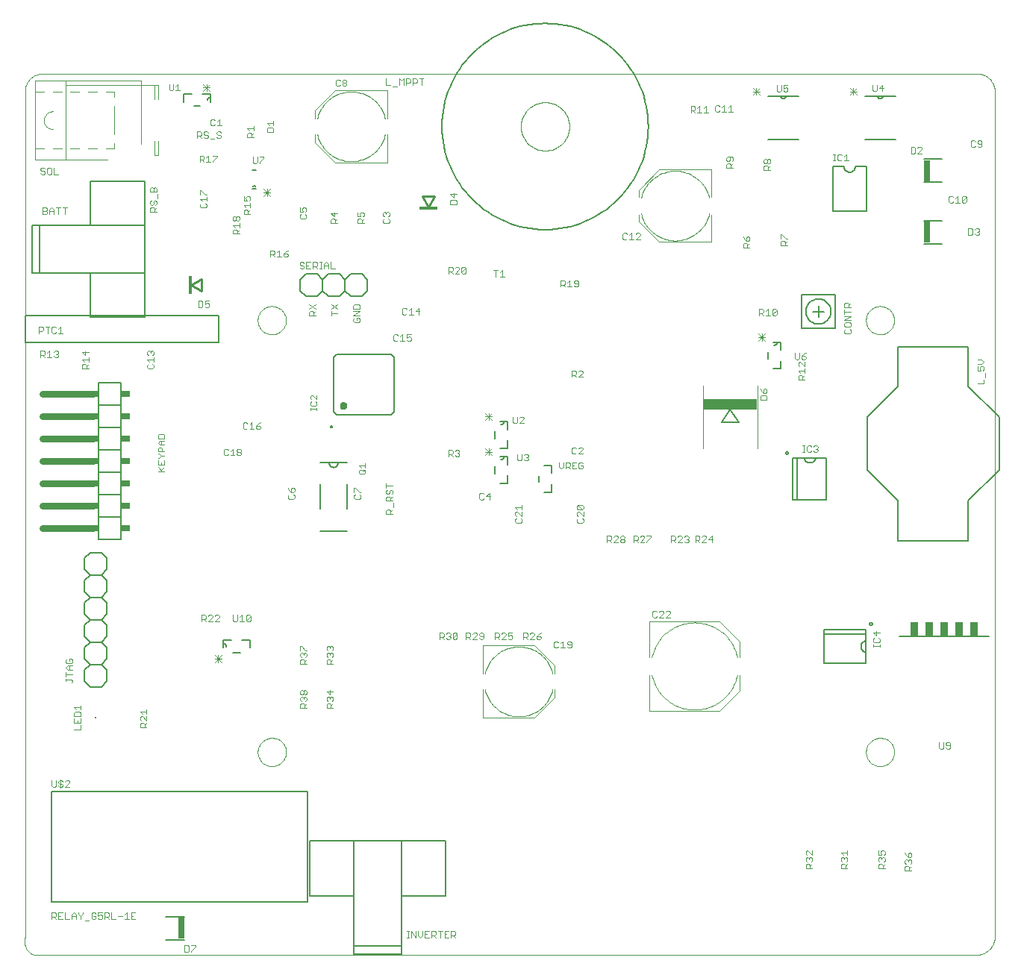
<source format=gto>
G75*
G70*
%OFA0B0*%
%FSLAX24Y24*%
%IPPOS*%
%LPD*%
%AMOC8*
5,1,8,0,0,1.08239X$1,22.5*
%
%ADD10C,0.0000*%
%ADD11C,0.0030*%
%ADD12C,0.0050*%
%ADD13C,0.0060*%
%ADD14C,0.0079*%
%ADD15C,0.0157*%
%ADD16C,0.0040*%
%ADD17C,0.0080*%
%ADD18R,0.0266X0.0965*%
%ADD19C,0.0300*%
%ADD20R,0.0200X0.0300*%
%ADD21R,0.0400X0.0300*%
%ADD22C,0.0100*%
%ADD23R,0.0827X0.0118*%
%ADD24R,0.0079X0.0079*%
%ADD25R,0.0380X0.0660*%
%ADD26R,0.2441X0.0492*%
%ADD27C,0.0039*%
%ADD28R,0.0118X0.0827*%
D10*
X000554Y000174D02*
X042680Y000174D01*
X042680Y000175D02*
X042734Y000177D01*
X042787Y000182D01*
X042840Y000191D01*
X042892Y000204D01*
X042944Y000220D01*
X042994Y000240D01*
X043042Y000263D01*
X043089Y000290D01*
X043134Y000319D01*
X043177Y000352D01*
X043217Y000387D01*
X043255Y000425D01*
X043290Y000465D01*
X043323Y000508D01*
X043352Y000553D01*
X043379Y000600D01*
X043402Y000648D01*
X043422Y000698D01*
X043438Y000750D01*
X043451Y000802D01*
X043460Y000855D01*
X043465Y000908D01*
X043467Y000962D01*
X043467Y038757D01*
X043465Y038811D01*
X043460Y038864D01*
X043451Y038917D01*
X043438Y038969D01*
X043422Y039021D01*
X043402Y039071D01*
X043379Y039119D01*
X043352Y039166D01*
X043323Y039211D01*
X043290Y039254D01*
X043255Y039294D01*
X043217Y039332D01*
X043177Y039367D01*
X043134Y039400D01*
X043089Y039429D01*
X043042Y039456D01*
X042994Y039479D01*
X042944Y039499D01*
X042892Y039515D01*
X042840Y039528D01*
X042787Y039537D01*
X042734Y039542D01*
X042680Y039544D01*
X000947Y039544D01*
X000893Y039542D01*
X000840Y039537D01*
X000787Y039528D01*
X000735Y039515D01*
X000683Y039499D01*
X000633Y039479D01*
X000585Y039456D01*
X000538Y039429D01*
X000493Y039400D01*
X000450Y039367D01*
X000410Y039332D01*
X000372Y039294D01*
X000337Y039254D01*
X000304Y039211D01*
X000275Y039166D01*
X000248Y039119D01*
X000225Y039071D01*
X000205Y039021D01*
X000189Y038969D01*
X000176Y038917D01*
X000167Y038864D01*
X000162Y038811D01*
X000160Y038757D01*
X000160Y000962D01*
X000161Y000962D02*
X000147Y000915D01*
X000137Y000867D01*
X000131Y000819D01*
X000129Y000770D01*
X000131Y000721D01*
X000136Y000672D01*
X000145Y000624D01*
X000158Y000577D01*
X000175Y000531D01*
X000195Y000487D01*
X000218Y000444D01*
X000245Y000403D01*
X000275Y000365D01*
X000308Y000329D01*
X000343Y000295D01*
X000382Y000265D01*
X000422Y000237D01*
X000464Y000213D01*
X000509Y000192D01*
X000554Y000175D01*
X010554Y009229D02*
X010556Y009279D01*
X010562Y009329D01*
X010572Y009378D01*
X010586Y009426D01*
X010603Y009473D01*
X010624Y009518D01*
X010649Y009562D01*
X010677Y009603D01*
X010709Y009642D01*
X010743Y009679D01*
X010780Y009713D01*
X010820Y009743D01*
X010862Y009770D01*
X010906Y009794D01*
X010952Y009815D01*
X010999Y009831D01*
X011047Y009844D01*
X011097Y009853D01*
X011146Y009858D01*
X011197Y009859D01*
X011247Y009856D01*
X011296Y009849D01*
X011345Y009838D01*
X011393Y009823D01*
X011439Y009805D01*
X011484Y009783D01*
X011527Y009757D01*
X011568Y009728D01*
X011607Y009696D01*
X011643Y009661D01*
X011675Y009623D01*
X011705Y009583D01*
X011732Y009540D01*
X011755Y009496D01*
X011774Y009450D01*
X011790Y009402D01*
X011802Y009353D01*
X011810Y009304D01*
X011814Y009254D01*
X011814Y009204D01*
X011810Y009154D01*
X011802Y009105D01*
X011790Y009056D01*
X011774Y009008D01*
X011755Y008962D01*
X011732Y008918D01*
X011705Y008875D01*
X011675Y008835D01*
X011643Y008797D01*
X011607Y008762D01*
X011568Y008730D01*
X011527Y008701D01*
X011484Y008675D01*
X011439Y008653D01*
X011393Y008635D01*
X011345Y008620D01*
X011296Y008609D01*
X011247Y008602D01*
X011197Y008599D01*
X011146Y008600D01*
X011097Y008605D01*
X011047Y008614D01*
X010999Y008627D01*
X010952Y008643D01*
X010906Y008664D01*
X010862Y008688D01*
X010820Y008715D01*
X010780Y008745D01*
X010743Y008779D01*
X010709Y008816D01*
X010677Y008855D01*
X010649Y008896D01*
X010624Y008940D01*
X010603Y008985D01*
X010586Y009032D01*
X010572Y009080D01*
X010562Y009129D01*
X010556Y009179D01*
X010554Y009229D01*
X010554Y028521D02*
X010556Y028571D01*
X010562Y028621D01*
X010572Y028670D01*
X010586Y028718D01*
X010603Y028765D01*
X010624Y028810D01*
X010649Y028854D01*
X010677Y028895D01*
X010709Y028934D01*
X010743Y028971D01*
X010780Y029005D01*
X010820Y029035D01*
X010862Y029062D01*
X010906Y029086D01*
X010952Y029107D01*
X010999Y029123D01*
X011047Y029136D01*
X011097Y029145D01*
X011146Y029150D01*
X011197Y029151D01*
X011247Y029148D01*
X011296Y029141D01*
X011345Y029130D01*
X011393Y029115D01*
X011439Y029097D01*
X011484Y029075D01*
X011527Y029049D01*
X011568Y029020D01*
X011607Y028988D01*
X011643Y028953D01*
X011675Y028915D01*
X011705Y028875D01*
X011732Y028832D01*
X011755Y028788D01*
X011774Y028742D01*
X011790Y028694D01*
X011802Y028645D01*
X011810Y028596D01*
X011814Y028546D01*
X011814Y028496D01*
X011810Y028446D01*
X011802Y028397D01*
X011790Y028348D01*
X011774Y028300D01*
X011755Y028254D01*
X011732Y028210D01*
X011705Y028167D01*
X011675Y028127D01*
X011643Y028089D01*
X011607Y028054D01*
X011568Y028022D01*
X011527Y027993D01*
X011484Y027967D01*
X011439Y027945D01*
X011393Y027927D01*
X011345Y027912D01*
X011296Y027901D01*
X011247Y027894D01*
X011197Y027891D01*
X011146Y027892D01*
X011097Y027897D01*
X011047Y027906D01*
X010999Y027919D01*
X010952Y027935D01*
X010906Y027956D01*
X010862Y027980D01*
X010820Y028007D01*
X010780Y028037D01*
X010743Y028071D01*
X010709Y028108D01*
X010677Y028147D01*
X010649Y028188D01*
X010624Y028232D01*
X010603Y028277D01*
X010586Y028324D01*
X010572Y028372D01*
X010562Y028421D01*
X010556Y028471D01*
X010554Y028521D01*
X022305Y037182D02*
X022307Y037247D01*
X022313Y037313D01*
X022323Y037377D01*
X022336Y037441D01*
X022354Y037504D01*
X022375Y037566D01*
X022400Y037626D01*
X022429Y037685D01*
X022461Y037742D01*
X022497Y037797D01*
X022535Y037850D01*
X022577Y037900D01*
X022622Y037948D01*
X022670Y037993D01*
X022720Y038035D01*
X022773Y038073D01*
X022828Y038109D01*
X022885Y038141D01*
X022944Y038170D01*
X023004Y038195D01*
X023066Y038216D01*
X023129Y038234D01*
X023193Y038247D01*
X023257Y038257D01*
X023323Y038263D01*
X023388Y038265D01*
X023453Y038263D01*
X023519Y038257D01*
X023583Y038247D01*
X023647Y038234D01*
X023710Y038216D01*
X023772Y038195D01*
X023832Y038170D01*
X023891Y038141D01*
X023948Y038109D01*
X024003Y038073D01*
X024056Y038035D01*
X024106Y037993D01*
X024154Y037948D01*
X024199Y037900D01*
X024241Y037850D01*
X024279Y037797D01*
X024315Y037742D01*
X024347Y037685D01*
X024376Y037626D01*
X024401Y037566D01*
X024422Y037504D01*
X024440Y037441D01*
X024453Y037377D01*
X024463Y037313D01*
X024469Y037247D01*
X024471Y037182D01*
X024469Y037117D01*
X024463Y037051D01*
X024453Y036987D01*
X024440Y036923D01*
X024422Y036860D01*
X024401Y036798D01*
X024376Y036738D01*
X024347Y036679D01*
X024315Y036622D01*
X024279Y036567D01*
X024241Y036514D01*
X024199Y036464D01*
X024154Y036416D01*
X024106Y036371D01*
X024056Y036329D01*
X024003Y036291D01*
X023948Y036255D01*
X023891Y036223D01*
X023832Y036194D01*
X023772Y036169D01*
X023710Y036148D01*
X023647Y036130D01*
X023583Y036117D01*
X023519Y036107D01*
X023453Y036101D01*
X023388Y036099D01*
X023323Y036101D01*
X023257Y036107D01*
X023193Y036117D01*
X023129Y036130D01*
X023066Y036148D01*
X023004Y036169D01*
X022944Y036194D01*
X022885Y036223D01*
X022828Y036255D01*
X022773Y036291D01*
X022720Y036329D01*
X022670Y036371D01*
X022622Y036416D01*
X022577Y036464D01*
X022535Y036514D01*
X022497Y036567D01*
X022461Y036622D01*
X022429Y036679D01*
X022400Y036738D01*
X022375Y036798D01*
X022354Y036860D01*
X022336Y036923D01*
X022323Y036987D01*
X022313Y037051D01*
X022307Y037117D01*
X022305Y037182D01*
X037719Y028521D02*
X037721Y028571D01*
X037727Y028621D01*
X037737Y028670D01*
X037751Y028718D01*
X037768Y028765D01*
X037789Y028810D01*
X037814Y028854D01*
X037842Y028895D01*
X037874Y028934D01*
X037908Y028971D01*
X037945Y029005D01*
X037985Y029035D01*
X038027Y029062D01*
X038071Y029086D01*
X038117Y029107D01*
X038164Y029123D01*
X038212Y029136D01*
X038262Y029145D01*
X038311Y029150D01*
X038362Y029151D01*
X038412Y029148D01*
X038461Y029141D01*
X038510Y029130D01*
X038558Y029115D01*
X038604Y029097D01*
X038649Y029075D01*
X038692Y029049D01*
X038733Y029020D01*
X038772Y028988D01*
X038808Y028953D01*
X038840Y028915D01*
X038870Y028875D01*
X038897Y028832D01*
X038920Y028788D01*
X038939Y028742D01*
X038955Y028694D01*
X038967Y028645D01*
X038975Y028596D01*
X038979Y028546D01*
X038979Y028496D01*
X038975Y028446D01*
X038967Y028397D01*
X038955Y028348D01*
X038939Y028300D01*
X038920Y028254D01*
X038897Y028210D01*
X038870Y028167D01*
X038840Y028127D01*
X038808Y028089D01*
X038772Y028054D01*
X038733Y028022D01*
X038692Y027993D01*
X038649Y027967D01*
X038604Y027945D01*
X038558Y027927D01*
X038510Y027912D01*
X038461Y027901D01*
X038412Y027894D01*
X038362Y027891D01*
X038311Y027892D01*
X038262Y027897D01*
X038212Y027906D01*
X038164Y027919D01*
X038117Y027935D01*
X038071Y027956D01*
X038027Y027980D01*
X037985Y028007D01*
X037945Y028037D01*
X037908Y028071D01*
X037874Y028108D01*
X037842Y028147D01*
X037814Y028188D01*
X037789Y028232D01*
X037768Y028277D01*
X037751Y028324D01*
X037737Y028372D01*
X037727Y028421D01*
X037721Y028471D01*
X037719Y028521D01*
X037719Y009229D02*
X037721Y009279D01*
X037727Y009329D01*
X037737Y009378D01*
X037751Y009426D01*
X037768Y009473D01*
X037789Y009518D01*
X037814Y009562D01*
X037842Y009603D01*
X037874Y009642D01*
X037908Y009679D01*
X037945Y009713D01*
X037985Y009743D01*
X038027Y009770D01*
X038071Y009794D01*
X038117Y009815D01*
X038164Y009831D01*
X038212Y009844D01*
X038262Y009853D01*
X038311Y009858D01*
X038362Y009859D01*
X038412Y009856D01*
X038461Y009849D01*
X038510Y009838D01*
X038558Y009823D01*
X038604Y009805D01*
X038649Y009783D01*
X038692Y009757D01*
X038733Y009728D01*
X038772Y009696D01*
X038808Y009661D01*
X038840Y009623D01*
X038870Y009583D01*
X038897Y009540D01*
X038920Y009496D01*
X038939Y009450D01*
X038955Y009402D01*
X038967Y009353D01*
X038975Y009304D01*
X038979Y009254D01*
X038979Y009204D01*
X038975Y009154D01*
X038967Y009105D01*
X038955Y009056D01*
X038939Y009008D01*
X038920Y008962D01*
X038897Y008918D01*
X038870Y008875D01*
X038840Y008835D01*
X038808Y008797D01*
X038772Y008762D01*
X038733Y008730D01*
X038692Y008701D01*
X038649Y008675D01*
X038604Y008653D01*
X038558Y008635D01*
X038510Y008620D01*
X038461Y008609D01*
X038412Y008602D01*
X038362Y008599D01*
X038311Y008600D01*
X038262Y008605D01*
X038212Y008614D01*
X038164Y008627D01*
X038117Y008643D01*
X038071Y008664D01*
X038027Y008688D01*
X037985Y008715D01*
X037945Y008745D01*
X037908Y008779D01*
X037874Y008816D01*
X037842Y008855D01*
X037814Y008896D01*
X037789Y008940D01*
X037768Y008985D01*
X037751Y009032D01*
X037737Y009080D01*
X037727Y009129D01*
X037721Y009179D01*
X037719Y009229D01*
D11*
X040987Y009426D02*
X041035Y009377D01*
X041132Y009377D01*
X041180Y009426D01*
X041180Y009668D01*
X041281Y009619D02*
X041281Y009571D01*
X041330Y009523D01*
X041475Y009523D01*
X041475Y009619D02*
X041427Y009668D01*
X041330Y009668D01*
X041281Y009619D01*
X041281Y009426D02*
X041330Y009377D01*
X041427Y009377D01*
X041475Y009426D01*
X041475Y009619D01*
X040987Y009668D02*
X040987Y009426D01*
X038329Y013933D02*
X038329Y014030D01*
X038329Y013981D02*
X038039Y013981D01*
X038039Y013933D02*
X038039Y014030D01*
X038087Y014129D02*
X038281Y014129D01*
X038329Y014178D01*
X038329Y014275D01*
X038281Y014323D01*
X038184Y014424D02*
X038184Y014618D01*
X038039Y014569D02*
X038184Y014424D01*
X038087Y014323D02*
X038039Y014275D01*
X038039Y014178D01*
X038087Y014129D01*
X038039Y014569D02*
X038329Y014569D01*
X030824Y018601D02*
X030824Y018891D01*
X030679Y018746D01*
X030873Y018746D01*
X030578Y018795D02*
X030385Y018601D01*
X030578Y018601D01*
X030578Y018795D02*
X030578Y018843D01*
X030530Y018891D01*
X030433Y018891D01*
X030385Y018843D01*
X030283Y018843D02*
X030283Y018746D01*
X030235Y018698D01*
X030090Y018698D01*
X030187Y018698D02*
X030283Y018601D01*
X030090Y018601D02*
X030090Y018891D01*
X030235Y018891D01*
X030283Y018843D01*
X029790Y018843D02*
X029790Y018795D01*
X029742Y018746D01*
X029790Y018698D01*
X029790Y018649D01*
X029742Y018601D01*
X029645Y018601D01*
X029597Y018649D01*
X029495Y018601D02*
X029302Y018601D01*
X029495Y018795D01*
X029495Y018843D01*
X029447Y018891D01*
X029350Y018891D01*
X029302Y018843D01*
X029201Y018843D02*
X029201Y018746D01*
X029152Y018698D01*
X029007Y018698D01*
X029007Y018601D02*
X029007Y018891D01*
X029152Y018891D01*
X029201Y018843D01*
X029104Y018698D02*
X029201Y018601D01*
X029597Y018843D02*
X029645Y018891D01*
X029742Y018891D01*
X029790Y018843D01*
X029742Y018746D02*
X029693Y018746D01*
X028117Y018843D02*
X027923Y018649D01*
X027923Y018601D01*
X027822Y018601D02*
X027629Y018601D01*
X027822Y018795D01*
X027822Y018843D01*
X027774Y018891D01*
X027677Y018891D01*
X027629Y018843D01*
X027528Y018843D02*
X027528Y018746D01*
X027479Y018698D01*
X027334Y018698D01*
X027431Y018698D02*
X027528Y018601D01*
X027334Y018601D02*
X027334Y018891D01*
X027479Y018891D01*
X027528Y018843D01*
X027923Y018891D02*
X028117Y018891D01*
X028117Y018843D01*
X026936Y018843D02*
X026936Y018795D01*
X026887Y018746D01*
X026791Y018746D01*
X026742Y018795D01*
X026742Y018843D01*
X026791Y018891D01*
X026887Y018891D01*
X026936Y018843D01*
X026887Y018746D02*
X026936Y018698D01*
X026936Y018649D01*
X026887Y018601D01*
X026791Y018601D01*
X026742Y018649D01*
X026742Y018698D01*
X026791Y018746D01*
X026641Y018795D02*
X026448Y018601D01*
X026641Y018601D01*
X026641Y018795D02*
X026641Y018843D01*
X026593Y018891D01*
X026496Y018891D01*
X026448Y018843D01*
X026346Y018843D02*
X026346Y018746D01*
X026298Y018698D01*
X026153Y018698D01*
X026250Y018698D02*
X026346Y018601D01*
X026153Y018601D02*
X026153Y018891D01*
X026298Y018891D01*
X026346Y018843D01*
X025096Y019529D02*
X025096Y019626D01*
X025047Y019674D01*
X025096Y019775D02*
X024902Y019969D01*
X024854Y019969D01*
X024806Y019920D01*
X024806Y019824D01*
X024854Y019775D01*
X024854Y019674D02*
X024806Y019626D01*
X024806Y019529D01*
X024854Y019481D01*
X025047Y019481D01*
X025096Y019529D01*
X025096Y019775D02*
X025096Y019969D01*
X025047Y020070D02*
X024854Y020263D01*
X025047Y020263D01*
X025096Y020215D01*
X025096Y020118D01*
X025047Y020070D01*
X024854Y020070D01*
X024806Y020118D01*
X024806Y020215D01*
X024854Y020263D01*
X024785Y021885D02*
X024592Y021885D01*
X024592Y022176D01*
X024785Y022176D01*
X024886Y022127D02*
X024886Y021934D01*
X024935Y021885D01*
X025031Y021885D01*
X025080Y021934D01*
X025080Y022030D01*
X024983Y022030D01*
X024886Y022127D02*
X024935Y022176D01*
X025031Y022176D01*
X025080Y022127D01*
X024688Y022030D02*
X024592Y022030D01*
X024491Y022030D02*
X024442Y021982D01*
X024297Y021982D01*
X024297Y021885D02*
X024297Y022176D01*
X024442Y022176D01*
X024491Y022127D01*
X024491Y022030D01*
X024394Y021982D02*
X024491Y021885D01*
X024196Y021982D02*
X024196Y022176D01*
X024002Y022176D02*
X024002Y021982D01*
X024099Y021885D01*
X024196Y021982D01*
X024634Y022556D02*
X024731Y022556D01*
X024779Y022605D01*
X024880Y022556D02*
X025074Y022750D01*
X025074Y022798D01*
X025025Y022846D01*
X024929Y022846D01*
X024880Y022798D01*
X024779Y022798D02*
X024731Y022846D01*
X024634Y022846D01*
X024586Y022798D01*
X024586Y022605D01*
X024634Y022556D01*
X024880Y022556D02*
X025074Y022556D01*
X022630Y022494D02*
X022630Y022446D01*
X022582Y022397D01*
X022630Y022349D01*
X022630Y022301D01*
X022582Y022252D01*
X022485Y022252D01*
X022436Y022301D01*
X022335Y022301D02*
X022335Y022542D01*
X022436Y022494D02*
X022485Y022542D01*
X022582Y022542D01*
X022630Y022494D01*
X022582Y022397D02*
X022533Y022397D01*
X022335Y022301D02*
X022287Y022252D01*
X022190Y022252D01*
X022142Y022301D01*
X022142Y022542D01*
X021018Y022491D02*
X020705Y022805D01*
X020862Y022805D02*
X020862Y022491D01*
X020705Y022491D02*
X021018Y022805D01*
X021018Y022648D02*
X020705Y022648D01*
X019554Y022633D02*
X019506Y022585D01*
X019554Y022536D01*
X019554Y022488D01*
X019506Y022440D01*
X019409Y022440D01*
X019361Y022488D01*
X019260Y022440D02*
X019163Y022536D01*
X019211Y022536D02*
X019066Y022536D01*
X019066Y022440D02*
X019066Y022730D01*
X019211Y022730D01*
X019260Y022681D01*
X019260Y022585D01*
X019211Y022536D01*
X019361Y022681D02*
X019409Y022730D01*
X019506Y022730D01*
X019554Y022681D01*
X019554Y022633D01*
X019506Y022585D02*
X019458Y022585D01*
X020705Y024066D02*
X021018Y024380D01*
X020862Y024380D02*
X020862Y024066D01*
X021018Y024066D02*
X020705Y024380D01*
X020705Y024223D02*
X021018Y024223D01*
X021945Y024216D02*
X021945Y023974D01*
X021993Y023925D01*
X022090Y023925D01*
X022138Y023974D01*
X022138Y024216D01*
X022240Y024167D02*
X022288Y024216D01*
X022385Y024216D01*
X022433Y024167D01*
X022433Y024119D01*
X022240Y023925D01*
X022433Y023925D01*
X024578Y025983D02*
X024578Y026273D01*
X024723Y026273D01*
X024772Y026225D01*
X024772Y026128D01*
X024723Y026080D01*
X024578Y026080D01*
X024675Y026080D02*
X024772Y025983D01*
X024873Y025983D02*
X025066Y026176D01*
X025066Y026225D01*
X025018Y026273D01*
X024921Y026273D01*
X024873Y026225D01*
X024873Y025983D02*
X025066Y025983D01*
X024820Y030018D02*
X024869Y030067D01*
X024869Y030260D01*
X024820Y030309D01*
X024724Y030309D01*
X024675Y030260D01*
X024675Y030212D01*
X024724Y030163D01*
X024869Y030163D01*
X024820Y030018D02*
X024724Y030018D01*
X024675Y030067D01*
X024574Y030018D02*
X024381Y030018D01*
X024477Y030018D02*
X024477Y030309D01*
X024381Y030212D01*
X024280Y030260D02*
X024280Y030163D01*
X024231Y030115D01*
X024086Y030115D01*
X024086Y030018D02*
X024086Y030309D01*
X024231Y030309D01*
X024280Y030260D01*
X024183Y030115D02*
X024280Y030018D01*
X021567Y030467D02*
X021373Y030467D01*
X021470Y030467D02*
X021470Y030757D01*
X021373Y030660D01*
X021272Y030757D02*
X021079Y030757D01*
X021175Y030757D02*
X021175Y030467D01*
X019849Y030657D02*
X019801Y030609D01*
X019704Y030609D01*
X019656Y030657D01*
X019849Y030851D01*
X019849Y030657D01*
X019656Y030657D02*
X019656Y030851D01*
X019704Y030899D01*
X019801Y030899D01*
X019849Y030851D01*
X019554Y030851D02*
X019506Y030899D01*
X019409Y030899D01*
X019361Y030851D01*
X019260Y030851D02*
X019260Y030754D01*
X019211Y030706D01*
X019066Y030706D01*
X019163Y030706D02*
X019260Y030609D01*
X019361Y030609D02*
X019554Y030802D01*
X019554Y030851D01*
X019554Y030609D02*
X019361Y030609D01*
X019260Y030851D02*
X019211Y030899D01*
X019066Y030899D01*
X019066Y030609D01*
X017740Y029072D02*
X017595Y028927D01*
X017789Y028927D01*
X017740Y028782D02*
X017740Y029072D01*
X017397Y029072D02*
X017397Y028782D01*
X017300Y028782D02*
X017494Y028782D01*
X017300Y028975D02*
X017397Y029072D01*
X017199Y029024D02*
X017151Y029072D01*
X017054Y029072D01*
X017006Y029024D01*
X017006Y028830D01*
X017054Y028782D01*
X017151Y028782D01*
X017199Y028830D01*
X017201Y027891D02*
X017201Y027746D01*
X017298Y027794D01*
X017346Y027794D01*
X017395Y027746D01*
X017395Y027649D01*
X017346Y027601D01*
X017250Y027601D01*
X017201Y027649D01*
X017100Y027601D02*
X016907Y027601D01*
X017003Y027601D02*
X017003Y027891D01*
X016907Y027794D01*
X016806Y027843D02*
X016757Y027891D01*
X016660Y027891D01*
X016612Y027843D01*
X016612Y027649D01*
X016660Y027601D01*
X016757Y027601D01*
X016806Y027649D01*
X017201Y027891D02*
X017395Y027891D01*
X015106Y028486D02*
X015106Y028582D01*
X015057Y028631D01*
X014961Y028631D01*
X014961Y028534D01*
X015057Y028437D02*
X015106Y028486D01*
X015057Y028437D02*
X014864Y028437D01*
X014815Y028486D01*
X014815Y028582D01*
X014864Y028631D01*
X014815Y028732D02*
X015106Y028925D01*
X014815Y028925D01*
X014815Y029027D02*
X014815Y029172D01*
X014864Y029220D01*
X015057Y029220D01*
X015106Y029172D01*
X015106Y029027D01*
X014815Y029027D01*
X014815Y028732D02*
X015106Y028732D01*
X014121Y028829D02*
X013831Y028829D01*
X013831Y028733D02*
X013831Y028926D01*
X013831Y029027D02*
X014121Y029221D01*
X014121Y029027D02*
X013831Y029221D01*
X013137Y029221D02*
X012847Y029027D01*
X012895Y028926D02*
X012992Y028926D01*
X013040Y028878D01*
X013040Y028733D01*
X013040Y028829D02*
X013137Y028926D01*
X013137Y029027D02*
X012847Y029221D01*
X012895Y028926D02*
X012847Y028878D01*
X012847Y028733D01*
X013137Y028733D01*
X013207Y030830D02*
X013111Y030927D01*
X013159Y030927D02*
X013014Y030927D01*
X013014Y030830D02*
X013014Y031121D01*
X013159Y031121D01*
X013207Y031072D01*
X013207Y030976D01*
X013159Y030927D01*
X013308Y030830D02*
X013405Y030830D01*
X013357Y030830D02*
X013357Y031121D01*
X013405Y031121D02*
X013308Y031121D01*
X013505Y031024D02*
X013602Y031121D01*
X013698Y031024D01*
X013698Y030830D01*
X013800Y030830D02*
X013993Y030830D01*
X013800Y030830D02*
X013800Y031121D01*
X013698Y030976D02*
X013505Y030976D01*
X013505Y031024D02*
X013505Y030830D01*
X012913Y030830D02*
X012719Y030830D01*
X012719Y031121D01*
X012913Y031121D01*
X012816Y030976D02*
X012719Y030976D01*
X012618Y030927D02*
X012618Y030879D01*
X012570Y030830D01*
X012473Y030830D01*
X012425Y030879D01*
X012473Y030976D02*
X012570Y030976D01*
X012618Y030927D01*
X012618Y031072D02*
X012570Y031121D01*
X012473Y031121D01*
X012425Y031072D01*
X012425Y031024D01*
X012473Y030976D01*
X011893Y031406D02*
X011893Y031454D01*
X011844Y031503D01*
X011699Y031503D01*
X011699Y031406D01*
X011748Y031357D01*
X011844Y031357D01*
X011893Y031406D01*
X011796Y031599D02*
X011699Y031503D01*
X011796Y031599D02*
X011893Y031648D01*
X011501Y031648D02*
X011501Y031357D01*
X011405Y031357D02*
X011598Y031357D01*
X011405Y031551D02*
X011501Y031648D01*
X011303Y031599D02*
X011303Y031503D01*
X011255Y031454D01*
X011110Y031454D01*
X011110Y031357D02*
X011110Y031648D01*
X011255Y031648D01*
X011303Y031599D01*
X011207Y031454D02*
X011303Y031357D01*
X009725Y032384D02*
X009435Y032384D01*
X009435Y032529D01*
X009483Y032577D01*
X009580Y032577D01*
X009628Y032529D01*
X009628Y032384D01*
X009628Y032481D02*
X009725Y032577D01*
X009725Y032679D02*
X009725Y032872D01*
X009725Y032775D02*
X009435Y032775D01*
X009531Y032679D01*
X009531Y032973D02*
X009483Y032973D01*
X009435Y033022D01*
X009435Y033118D01*
X009483Y033167D01*
X009531Y033167D01*
X009580Y033118D01*
X009580Y033022D01*
X009531Y032973D01*
X009580Y033022D02*
X009628Y032973D01*
X009676Y032973D01*
X009725Y033022D01*
X009725Y033118D01*
X009676Y033167D01*
X009628Y033167D01*
X009580Y033118D01*
X009927Y033270D02*
X009927Y033415D01*
X009975Y033463D01*
X010072Y033463D01*
X010120Y033415D01*
X010120Y033270D01*
X010120Y033367D02*
X010217Y033463D01*
X010217Y033564D02*
X010217Y033758D01*
X010217Y033661D02*
X009927Y033661D01*
X010023Y033564D01*
X010072Y033859D02*
X010023Y033956D01*
X010023Y034004D01*
X010072Y034053D01*
X010169Y034053D01*
X010217Y034004D01*
X010217Y033908D01*
X010169Y033859D01*
X010072Y033859D02*
X009927Y033859D01*
X009927Y034053D01*
X009927Y033270D02*
X010217Y033270D01*
X010808Y034073D02*
X011121Y034386D01*
X011121Y034230D02*
X010808Y034230D01*
X010808Y034386D02*
X011121Y034073D01*
X010964Y034073D02*
X010964Y034386D01*
X010625Y035540D02*
X010625Y035588D01*
X010819Y035781D01*
X010819Y035830D01*
X010625Y035830D01*
X010524Y035830D02*
X010524Y035588D01*
X010476Y035540D01*
X010379Y035540D01*
X010331Y035588D01*
X010331Y035830D01*
X010373Y036697D02*
X010083Y036697D01*
X010083Y036842D01*
X010131Y036891D01*
X010228Y036891D01*
X010277Y036842D01*
X010277Y036697D01*
X010277Y036794D02*
X010373Y036891D01*
X010373Y036992D02*
X010373Y037185D01*
X010373Y037088D02*
X010083Y037088D01*
X010180Y036992D01*
X010965Y036941D02*
X010965Y037086D01*
X011013Y037135D01*
X011207Y037135D01*
X011255Y037086D01*
X011255Y036941D01*
X010965Y036941D01*
X011062Y037236D02*
X010965Y037333D01*
X011255Y037333D01*
X011255Y037429D02*
X011255Y037236D01*
X008932Y037222D02*
X008739Y037222D01*
X008835Y037222D02*
X008835Y037512D01*
X008739Y037415D01*
X008637Y037463D02*
X008589Y037512D01*
X008492Y037512D01*
X008444Y037463D01*
X008444Y037270D01*
X008492Y037222D01*
X008589Y037222D01*
X008637Y037270D01*
X008769Y036958D02*
X008720Y036909D01*
X008720Y036861D01*
X008769Y036813D01*
X008865Y036813D01*
X008914Y036764D01*
X008914Y036716D01*
X008865Y036668D01*
X008769Y036668D01*
X008720Y036716D01*
X008619Y036619D02*
X008426Y036619D01*
X008325Y036716D02*
X008276Y036668D01*
X008179Y036668D01*
X008131Y036716D01*
X008179Y036813D02*
X008276Y036813D01*
X008325Y036764D01*
X008325Y036716D01*
X008179Y036813D02*
X008131Y036861D01*
X008131Y036909D01*
X008179Y036958D01*
X008276Y036958D01*
X008325Y036909D01*
X008030Y036909D02*
X008030Y036813D01*
X007982Y036764D01*
X007836Y036764D01*
X007836Y036668D02*
X007836Y036958D01*
X007982Y036958D01*
X008030Y036909D01*
X007933Y036764D02*
X008030Y036668D01*
X007960Y035880D02*
X008105Y035880D01*
X008154Y035832D01*
X008154Y035735D01*
X008105Y035686D01*
X007960Y035686D01*
X007960Y035590D02*
X007960Y035880D01*
X008057Y035686D02*
X008154Y035590D01*
X008255Y035590D02*
X008448Y035590D01*
X008352Y035590D02*
X008352Y035880D01*
X008255Y035783D01*
X008550Y035880D02*
X008743Y035880D01*
X008743Y035832D01*
X008550Y035638D01*
X008550Y035590D01*
X008023Y034338D02*
X008217Y034145D01*
X008265Y034145D01*
X008265Y034044D02*
X008265Y033850D01*
X008265Y033947D02*
X007975Y033947D01*
X008072Y033850D01*
X008023Y033749D02*
X007975Y033700D01*
X007975Y033604D01*
X008023Y033555D01*
X008217Y033555D01*
X008265Y033604D01*
X008265Y033700D01*
X008217Y033749D01*
X007975Y034145D02*
X007975Y034338D01*
X008023Y034338D01*
X006086Y034160D02*
X006086Y033966D01*
X005989Y033865D02*
X006038Y033817D01*
X006038Y033720D01*
X005989Y033671D01*
X005893Y033720D02*
X005893Y033817D01*
X005941Y033865D01*
X005989Y033865D01*
X005893Y033720D02*
X005844Y033671D01*
X005796Y033671D01*
X005748Y033720D01*
X005748Y033817D01*
X005796Y033865D01*
X005796Y033570D02*
X005893Y033570D01*
X005941Y033522D01*
X005941Y033377D01*
X005941Y033473D02*
X006038Y033570D01*
X006038Y033377D02*
X005748Y033377D01*
X005748Y033522D01*
X005796Y033570D01*
X005748Y034261D02*
X005748Y034406D01*
X005796Y034454D01*
X005844Y034454D01*
X005893Y034406D01*
X005893Y034261D01*
X005893Y034406D02*
X005941Y034454D01*
X005989Y034454D01*
X006038Y034406D01*
X006038Y034261D01*
X005748Y034261D01*
X008769Y036958D02*
X008865Y036958D01*
X008914Y036909D01*
X008414Y038765D02*
X008101Y039078D01*
X008257Y039078D02*
X008257Y038765D01*
X008101Y038765D02*
X008414Y039078D01*
X008414Y038921D02*
X008101Y038921D01*
X007079Y038788D02*
X006885Y038788D01*
X006982Y038788D02*
X006982Y039078D01*
X006885Y038981D01*
X006784Y039078D02*
X006784Y038836D01*
X006736Y038788D01*
X006639Y038788D01*
X006591Y038836D01*
X006591Y039078D01*
X001445Y035336D02*
X001445Y035046D01*
X001639Y035046D01*
X001344Y035094D02*
X001344Y035287D01*
X001296Y035336D01*
X001199Y035336D01*
X001151Y035287D01*
X001151Y035094D01*
X001199Y035046D01*
X001296Y035046D01*
X001344Y035094D01*
X001050Y035094D02*
X001001Y035046D01*
X000904Y035046D01*
X000856Y035094D01*
X000904Y035191D02*
X000856Y035239D01*
X000856Y035287D01*
X000904Y035336D01*
X001001Y035336D01*
X001050Y035287D01*
X001001Y035191D02*
X001050Y035142D01*
X001050Y035094D01*
X001001Y035191D02*
X000904Y035191D01*
X000947Y033554D02*
X001092Y033554D01*
X001140Y033506D01*
X001140Y033458D01*
X001092Y033409D01*
X000947Y033409D01*
X001092Y033409D02*
X001140Y033361D01*
X001140Y033312D01*
X001092Y033264D01*
X000947Y033264D01*
X000947Y033554D01*
X001241Y033458D02*
X001338Y033554D01*
X001435Y033458D01*
X001435Y033264D01*
X001435Y033409D02*
X001241Y033409D01*
X001241Y033458D02*
X001241Y033264D01*
X001633Y033264D02*
X001633Y033554D01*
X001729Y033554D02*
X001536Y033554D01*
X001831Y033554D02*
X002024Y033554D01*
X001927Y033554D02*
X001927Y033264D01*
X001746Y028235D02*
X001746Y027945D01*
X001650Y027945D02*
X001843Y027945D01*
X001650Y028139D02*
X001746Y028235D01*
X001548Y028187D02*
X001500Y028235D01*
X001403Y028235D01*
X001355Y028187D01*
X001355Y027993D01*
X001403Y027945D01*
X001500Y027945D01*
X001548Y027993D01*
X001254Y028235D02*
X001060Y028235D01*
X001157Y028235D02*
X001157Y027945D01*
X000959Y028090D02*
X000911Y028042D01*
X000766Y028042D01*
X000766Y027945D02*
X000766Y028235D01*
X000911Y028235D01*
X000959Y028187D01*
X000959Y028090D01*
X001001Y027161D02*
X000856Y027161D01*
X000856Y026870D01*
X000856Y026967D02*
X001001Y026967D01*
X001050Y027015D01*
X001050Y027112D01*
X001001Y027161D01*
X001151Y027064D02*
X001248Y027161D01*
X001248Y026870D01*
X001344Y026870D02*
X001151Y026870D01*
X001050Y026870D02*
X000953Y026967D01*
X001445Y026919D02*
X001494Y026870D01*
X001591Y026870D01*
X001639Y026919D01*
X001639Y026967D01*
X001591Y027015D01*
X001542Y027015D01*
X001591Y027015D02*
X001639Y027064D01*
X001639Y027112D01*
X001591Y027161D01*
X001494Y027161D01*
X001445Y027112D01*
X002701Y027097D02*
X002846Y026952D01*
X002846Y027145D01*
X002991Y027097D02*
X002701Y027097D01*
X002701Y026754D02*
X002991Y026754D01*
X002991Y026657D02*
X002991Y026851D01*
X002798Y026657D02*
X002701Y026754D01*
X002750Y026556D02*
X002846Y026556D01*
X002895Y026508D01*
X002895Y026362D01*
X002991Y026362D02*
X002701Y026362D01*
X002701Y026508D01*
X002750Y026556D01*
X002895Y026459D02*
X002991Y026556D01*
X005613Y026515D02*
X005613Y026419D01*
X005661Y026370D01*
X005855Y026370D01*
X005903Y026419D01*
X005903Y026515D01*
X005855Y026564D01*
X005903Y026665D02*
X005903Y026858D01*
X005903Y026762D02*
X005613Y026762D01*
X005709Y026665D01*
X005661Y026564D02*
X005613Y026515D01*
X005661Y026960D02*
X005613Y027008D01*
X005613Y027105D01*
X005661Y027153D01*
X005709Y027153D01*
X005758Y027105D01*
X005806Y027153D01*
X005855Y027153D01*
X005903Y027105D01*
X005903Y027008D01*
X005855Y026960D01*
X005758Y027056D02*
X005758Y027105D01*
X007895Y029101D02*
X007895Y029391D01*
X008041Y029391D01*
X008089Y029343D01*
X008089Y029149D01*
X008041Y029101D01*
X007895Y029101D01*
X008190Y029149D02*
X008238Y029101D01*
X008335Y029101D01*
X008384Y029149D01*
X008384Y029246D01*
X008335Y029295D01*
X008287Y029295D01*
X008190Y029246D01*
X008190Y029391D01*
X008384Y029391D01*
X012429Y033113D02*
X012477Y033064D01*
X012671Y033064D01*
X012719Y033113D01*
X012719Y033210D01*
X012671Y033258D01*
X012671Y033359D02*
X012719Y033408D01*
X012719Y033504D01*
X012671Y033553D01*
X012574Y033553D01*
X012525Y033504D01*
X012525Y033456D01*
X012574Y033359D01*
X012429Y033359D01*
X012429Y033553D01*
X012477Y033258D02*
X012429Y033210D01*
X012429Y033113D01*
X013823Y033004D02*
X013872Y033052D01*
X013968Y033052D01*
X014017Y033004D01*
X014017Y032859D01*
X014017Y032955D02*
X014114Y033052D01*
X013968Y033153D02*
X013968Y033347D01*
X013823Y033298D02*
X013968Y033153D01*
X014114Y033298D02*
X013823Y033298D01*
X013823Y033004D02*
X013823Y032859D01*
X014114Y032859D01*
X015004Y032859D02*
X015004Y033004D01*
X015053Y033052D01*
X015149Y033052D01*
X015198Y033004D01*
X015198Y032859D01*
X015198Y032955D02*
X015295Y033052D01*
X015246Y033153D02*
X015295Y033202D01*
X015295Y033298D01*
X015246Y033347D01*
X015149Y033347D01*
X015101Y033298D01*
X015101Y033250D01*
X015149Y033153D01*
X015004Y033153D01*
X015004Y033347D01*
X015004Y032859D02*
X015295Y032859D01*
X016144Y032915D02*
X016192Y032866D01*
X016386Y032866D01*
X016434Y032915D01*
X016434Y033012D01*
X016386Y033060D01*
X016386Y033161D02*
X016434Y033209D01*
X016434Y033306D01*
X016386Y033355D01*
X016338Y033355D01*
X016289Y033306D01*
X016289Y033258D01*
X016289Y033306D02*
X016241Y033355D01*
X016192Y033355D01*
X016144Y033306D01*
X016144Y033209D01*
X016192Y033161D01*
X016192Y033060D02*
X016144Y033012D01*
X016144Y032915D01*
X019146Y033710D02*
X019146Y033855D01*
X019194Y033904D01*
X019387Y033904D01*
X019436Y033855D01*
X019436Y033710D01*
X019146Y033710D01*
X019291Y034005D02*
X019146Y034150D01*
X019436Y034150D01*
X019291Y034198D02*
X019291Y034005D01*
X017859Y039027D02*
X017859Y039317D01*
X017762Y039317D02*
X017956Y039317D01*
X017661Y039269D02*
X017661Y039172D01*
X017613Y039123D01*
X017468Y039123D01*
X017468Y039027D02*
X017468Y039317D01*
X017613Y039317D01*
X017661Y039269D01*
X017366Y039269D02*
X017366Y039172D01*
X017318Y039123D01*
X017173Y039123D01*
X017173Y039027D02*
X017173Y039317D01*
X017318Y039317D01*
X017366Y039269D01*
X017072Y039317D02*
X017072Y039027D01*
X016878Y039027D02*
X016878Y039317D01*
X016975Y039220D01*
X017072Y039317D01*
X016777Y038978D02*
X016584Y038978D01*
X016482Y039027D02*
X016289Y039027D01*
X016289Y039317D01*
X014521Y039230D02*
X014521Y039182D01*
X014473Y039134D01*
X014376Y039134D01*
X014328Y039182D01*
X014328Y039230D01*
X014376Y039279D01*
X014473Y039279D01*
X014521Y039230D01*
X014473Y039134D02*
X014521Y039085D01*
X014521Y039037D01*
X014473Y038988D01*
X014376Y038988D01*
X014328Y039037D01*
X014328Y039085D01*
X014376Y039134D01*
X014227Y039230D02*
X014178Y039279D01*
X014082Y039279D01*
X014033Y039230D01*
X014033Y039037D01*
X014082Y038988D01*
X014178Y038988D01*
X014227Y039037D01*
X026850Y032375D02*
X026850Y032181D01*
X026898Y032133D01*
X026995Y032133D01*
X027044Y032181D01*
X027145Y032133D02*
X027338Y032133D01*
X027241Y032133D02*
X027241Y032423D01*
X027145Y032326D01*
X027044Y032375D02*
X026995Y032423D01*
X026898Y032423D01*
X026850Y032375D01*
X027439Y032375D02*
X027488Y032423D01*
X027585Y032423D01*
X027633Y032375D01*
X027633Y032326D01*
X027439Y032133D01*
X027633Y032133D01*
X031482Y035336D02*
X031482Y035481D01*
X031530Y035530D01*
X031627Y035530D01*
X031675Y035481D01*
X031675Y035336D01*
X031675Y035433D02*
X031772Y035530D01*
X031724Y035631D02*
X031772Y035679D01*
X031772Y035776D01*
X031724Y035824D01*
X031530Y035824D01*
X031482Y035776D01*
X031482Y035679D01*
X031530Y035631D01*
X031579Y035631D01*
X031627Y035679D01*
X031627Y035824D01*
X031772Y035336D02*
X031482Y035336D01*
X033155Y035383D02*
X033203Y035431D01*
X033300Y035431D01*
X033349Y035383D01*
X033349Y035238D01*
X033445Y035238D02*
X033155Y035238D01*
X033155Y035383D01*
X033203Y035532D02*
X033252Y035532D01*
X033300Y035581D01*
X033300Y035677D01*
X033349Y035726D01*
X033397Y035726D01*
X033445Y035677D01*
X033445Y035581D01*
X033397Y035532D01*
X033349Y035532D01*
X033300Y035581D01*
X033300Y035677D02*
X033252Y035726D01*
X033203Y035726D01*
X033155Y035677D01*
X033155Y035581D01*
X033203Y035532D01*
X033349Y035334D02*
X033445Y035431D01*
X036252Y035654D02*
X036349Y035654D01*
X036300Y035654D02*
X036300Y035944D01*
X036252Y035944D02*
X036349Y035944D01*
X036448Y035896D02*
X036448Y035702D01*
X036497Y035654D01*
X036593Y035654D01*
X036642Y035702D01*
X036743Y035654D02*
X036936Y035654D01*
X036840Y035654D02*
X036840Y035944D01*
X036743Y035847D01*
X036642Y035896D02*
X036593Y035944D01*
X036497Y035944D01*
X036448Y035896D01*
X036994Y038589D02*
X037308Y038903D01*
X037308Y038746D02*
X036994Y038746D01*
X036994Y038903D02*
X037308Y038589D01*
X037151Y038589D02*
X037151Y038903D01*
X038012Y038803D02*
X038060Y038754D01*
X038157Y038754D01*
X038205Y038803D01*
X038205Y039044D01*
X038307Y038899D02*
X038500Y038899D01*
X038452Y038754D02*
X038452Y039044D01*
X038307Y038899D01*
X038012Y038803D02*
X038012Y039044D01*
X039726Y036269D02*
X039871Y036269D01*
X039920Y036220D01*
X039920Y036027D01*
X039871Y035979D01*
X039726Y035979D01*
X039726Y036269D01*
X040021Y036220D02*
X040069Y036269D01*
X040166Y036269D01*
X040214Y036220D01*
X040214Y036172D01*
X040021Y035979D01*
X040214Y035979D01*
X042399Y036310D02*
X042448Y036262D01*
X042545Y036262D01*
X042593Y036310D01*
X042694Y036310D02*
X042742Y036262D01*
X042839Y036262D01*
X042888Y036310D01*
X042888Y036504D01*
X042839Y036552D01*
X042742Y036552D01*
X042694Y036504D01*
X042694Y036456D01*
X042742Y036407D01*
X042888Y036407D01*
X042593Y036504D02*
X042545Y036552D01*
X042448Y036552D01*
X042399Y036504D01*
X042399Y036310D01*
X042151Y034067D02*
X042200Y034019D01*
X042006Y033825D01*
X042055Y033777D01*
X042151Y033777D01*
X042200Y033825D01*
X042200Y034019D01*
X042151Y034067D02*
X042055Y034067D01*
X042006Y034019D01*
X042006Y033825D01*
X041905Y033777D02*
X041712Y033777D01*
X041808Y033777D02*
X041808Y034067D01*
X041712Y033970D01*
X041611Y034019D02*
X041562Y034067D01*
X041465Y034067D01*
X041417Y034019D01*
X041417Y033825D01*
X041465Y033777D01*
X041562Y033777D01*
X041611Y033825D01*
X042285Y032627D02*
X042430Y032627D01*
X042479Y032579D01*
X042479Y032385D01*
X042430Y032337D01*
X042285Y032337D01*
X042285Y032627D01*
X042580Y032579D02*
X042628Y032627D01*
X042725Y032627D01*
X042773Y032579D01*
X042773Y032530D01*
X042725Y032482D01*
X042773Y032434D01*
X042773Y032385D01*
X042725Y032337D01*
X042628Y032337D01*
X042580Y032385D01*
X042677Y032482D02*
X042725Y032482D01*
X042694Y026761D02*
X042888Y026761D01*
X042985Y026665D01*
X042888Y026568D01*
X042694Y026568D01*
X042694Y026467D02*
X042694Y026273D01*
X042840Y026273D01*
X042791Y026370D01*
X042791Y026418D01*
X042840Y026467D01*
X042936Y026467D01*
X042985Y026418D01*
X042985Y026322D01*
X042936Y026273D01*
X043033Y026172D02*
X043033Y025978D01*
X042985Y025877D02*
X042985Y025684D01*
X042694Y025684D01*
X037039Y027978D02*
X036990Y027929D01*
X036797Y027929D01*
X036748Y027978D01*
X036748Y028074D01*
X036797Y028123D01*
X036797Y028224D02*
X036990Y028224D01*
X037039Y028272D01*
X037039Y028369D01*
X036990Y028418D01*
X036797Y028418D01*
X036748Y028369D01*
X036748Y028272D01*
X036797Y028224D01*
X036990Y028123D02*
X037039Y028074D01*
X037039Y027978D01*
X037039Y028519D02*
X036748Y028519D01*
X037039Y028712D01*
X036748Y028712D01*
X036748Y028813D02*
X036748Y029007D01*
X036748Y028910D02*
X037039Y028910D01*
X037039Y029108D02*
X036748Y029108D01*
X036748Y029253D01*
X036797Y029301D01*
X036894Y029301D01*
X036942Y029253D01*
X036942Y029108D01*
X036942Y029205D02*
X037039Y029301D01*
X035031Y027070D02*
X034935Y027022D01*
X034838Y026925D01*
X034983Y026925D01*
X035031Y026877D01*
X035031Y026828D01*
X034983Y026780D01*
X034886Y026780D01*
X034838Y026828D01*
X034838Y026925D01*
X034737Y026828D02*
X034737Y027070D01*
X034543Y027070D02*
X034543Y026828D01*
X034592Y026780D01*
X034688Y026780D01*
X034737Y026828D01*
X034739Y026655D02*
X034691Y026606D01*
X034691Y026510D01*
X034739Y026461D01*
X034739Y026655D02*
X034788Y026655D01*
X034981Y026461D01*
X034981Y026655D01*
X034981Y026360D02*
X034981Y026167D01*
X034981Y026263D02*
X034691Y026263D01*
X034788Y026167D01*
X034836Y026065D02*
X034884Y026017D01*
X034884Y025872D01*
X034884Y025969D02*
X034981Y026065D01*
X034836Y026065D02*
X034739Y026065D01*
X034691Y026017D01*
X034691Y025872D01*
X034981Y025872D01*
X033284Y025417D02*
X033235Y025466D01*
X033187Y025466D01*
X033138Y025417D01*
X033138Y025272D01*
X033235Y025272D01*
X033284Y025320D01*
X033284Y025417D01*
X033138Y025272D02*
X033042Y025369D01*
X032993Y025466D01*
X033042Y025171D02*
X032993Y025123D01*
X032993Y024977D01*
X033284Y024977D01*
X033284Y025123D01*
X033235Y025171D01*
X033042Y025171D01*
X034883Y022925D02*
X034980Y022925D01*
X034932Y022925D02*
X034932Y022635D01*
X034980Y022635D02*
X034883Y022635D01*
X035080Y022683D02*
X035128Y022635D01*
X035225Y022635D01*
X035273Y022683D01*
X035374Y022683D02*
X035423Y022635D01*
X035520Y022635D01*
X035568Y022683D01*
X035568Y022732D01*
X035520Y022780D01*
X035471Y022780D01*
X035520Y022780D02*
X035568Y022828D01*
X035568Y022877D01*
X035520Y022925D01*
X035423Y022925D01*
X035374Y022877D01*
X035273Y022877D02*
X035225Y022925D01*
X035128Y022925D01*
X035080Y022877D01*
X035080Y022683D01*
X033223Y027609D02*
X032910Y027923D01*
X033066Y027923D02*
X033066Y027609D01*
X032910Y027609D02*
X033223Y027923D01*
X033223Y027766D02*
X032910Y027766D01*
X032944Y028739D02*
X032944Y029029D01*
X033089Y029029D01*
X033138Y028981D01*
X033138Y028884D01*
X033089Y028836D01*
X032944Y028836D01*
X033041Y028836D02*
X033138Y028739D01*
X033239Y028739D02*
X033432Y028739D01*
X033336Y028739D02*
X033336Y029029D01*
X033239Y028932D01*
X033534Y028981D02*
X033534Y028787D01*
X033727Y028981D01*
X033727Y028787D01*
X033679Y028739D01*
X033582Y028739D01*
X033534Y028787D01*
X033534Y028981D02*
X033582Y029029D01*
X033679Y029029D01*
X033727Y028981D01*
X033902Y031874D02*
X033902Y032019D01*
X033950Y032068D01*
X034047Y032068D01*
X034095Y032019D01*
X034095Y031874D01*
X034095Y031971D02*
X034192Y032068D01*
X034192Y032169D02*
X034144Y032169D01*
X033950Y032362D01*
X033902Y032362D01*
X033902Y032169D01*
X033902Y031874D02*
X034192Y031874D01*
X032519Y031969D02*
X032422Y031873D01*
X032422Y031921D02*
X032422Y031776D01*
X032519Y031776D02*
X032229Y031776D01*
X032229Y031921D01*
X032277Y031969D01*
X032374Y031969D01*
X032422Y031921D01*
X032374Y032070D02*
X032374Y032216D01*
X032422Y032264D01*
X032471Y032264D01*
X032519Y032216D01*
X032519Y032119D01*
X032471Y032070D01*
X032374Y032070D01*
X032277Y032167D01*
X032229Y032264D01*
X031765Y037837D02*
X031571Y037837D01*
X031668Y037837D02*
X031668Y038127D01*
X031571Y038030D01*
X031470Y037837D02*
X031277Y037837D01*
X031373Y037837D02*
X031373Y038127D01*
X031277Y038030D01*
X031176Y038079D02*
X031127Y038127D01*
X031030Y038127D01*
X030982Y038079D01*
X030982Y037885D01*
X031030Y037837D01*
X031127Y037837D01*
X031176Y037885D01*
X030674Y037796D02*
X030481Y037796D01*
X030578Y037796D02*
X030578Y038086D01*
X030481Y037989D01*
X030380Y037796D02*
X030186Y037796D01*
X030283Y037796D02*
X030283Y038086D01*
X030186Y037989D01*
X030085Y037941D02*
X030037Y037892D01*
X029892Y037892D01*
X029988Y037892D02*
X030085Y037796D01*
X030085Y037941D02*
X030085Y038037D01*
X030037Y038086D01*
X029892Y038086D01*
X029892Y037796D01*
X032663Y038589D02*
X032977Y038903D01*
X032820Y038903D02*
X032820Y038589D01*
X032977Y038589D02*
X032663Y038903D01*
X032663Y038746D02*
X032977Y038746D01*
X033732Y038783D02*
X033781Y038734D01*
X033877Y038734D01*
X033926Y038783D01*
X033926Y039025D01*
X034027Y039025D02*
X034027Y038880D01*
X034124Y038928D01*
X034172Y038928D01*
X034220Y038880D01*
X034220Y038783D01*
X034172Y038734D01*
X034075Y038734D01*
X034027Y038783D01*
X034027Y039025D02*
X034220Y039025D01*
X033732Y039025D02*
X033732Y038783D01*
X016574Y021142D02*
X016284Y021142D01*
X016284Y021238D02*
X016284Y021045D01*
X016332Y020944D02*
X016284Y020895D01*
X016284Y020799D01*
X016332Y020750D01*
X016381Y020750D01*
X016429Y020799D01*
X016429Y020895D01*
X016477Y020944D01*
X016526Y020944D01*
X016574Y020895D01*
X016574Y020799D01*
X016526Y020750D01*
X016574Y020649D02*
X016477Y020552D01*
X016477Y020601D02*
X016477Y020456D01*
X016574Y020456D02*
X016284Y020456D01*
X016284Y020601D01*
X016332Y020649D01*
X016429Y020649D01*
X016477Y020601D01*
X016623Y020355D02*
X016623Y020161D01*
X016574Y020060D02*
X016477Y019963D01*
X016477Y020012D02*
X016477Y019866D01*
X016574Y019866D02*
X016284Y019866D01*
X016284Y020012D01*
X016332Y020060D01*
X016429Y020060D01*
X016477Y020012D01*
X015145Y020592D02*
X015145Y020689D01*
X015097Y020737D01*
X015097Y020838D02*
X015145Y020838D01*
X015097Y020838D02*
X014903Y021032D01*
X014855Y021032D01*
X014855Y020838D01*
X014903Y020737D02*
X014855Y020689D01*
X014855Y020592D01*
X014903Y020544D01*
X015097Y020544D01*
X015145Y020592D01*
X015111Y021655D02*
X015063Y021703D01*
X015063Y021800D01*
X015111Y021848D01*
X015304Y021848D01*
X015353Y021800D01*
X015353Y021703D01*
X015304Y021655D01*
X015111Y021655D01*
X015256Y021751D02*
X015353Y021848D01*
X015353Y021949D02*
X015353Y022143D01*
X015353Y022046D02*
X015063Y022046D01*
X015159Y021949D01*
X012192Y020983D02*
X012144Y021032D01*
X012095Y021032D01*
X012047Y020983D01*
X012047Y020838D01*
X012144Y020838D01*
X012192Y020887D01*
X012192Y020983D01*
X012047Y020838D02*
X011950Y020935D01*
X011902Y021032D01*
X011950Y020737D02*
X011902Y020689D01*
X011902Y020592D01*
X011950Y020544D01*
X012144Y020544D01*
X012192Y020592D01*
X012192Y020689D01*
X012144Y020737D01*
X009816Y022531D02*
X009768Y022483D01*
X009671Y022483D01*
X009623Y022531D01*
X009623Y022579D01*
X009671Y022628D01*
X009768Y022628D01*
X009816Y022579D01*
X009816Y022531D01*
X009768Y022628D02*
X009816Y022676D01*
X009816Y022724D01*
X009768Y022773D01*
X009671Y022773D01*
X009623Y022724D01*
X009623Y022676D01*
X009671Y022628D01*
X009521Y022483D02*
X009328Y022483D01*
X009425Y022483D02*
X009425Y022773D01*
X009328Y022676D01*
X009227Y022724D02*
X009178Y022773D01*
X009082Y022773D01*
X009033Y022724D01*
X009033Y022531D01*
X009082Y022483D01*
X009178Y022483D01*
X009227Y022531D01*
X009944Y023664D02*
X010041Y023664D01*
X010089Y023712D01*
X010190Y023664D02*
X010384Y023664D01*
X010287Y023664D02*
X010287Y023954D01*
X010190Y023857D01*
X010089Y023905D02*
X010041Y023954D01*
X009944Y023954D01*
X009895Y023905D01*
X009895Y023712D01*
X009944Y023664D01*
X010485Y023712D02*
X010533Y023664D01*
X010630Y023664D01*
X010678Y023712D01*
X010678Y023760D01*
X010630Y023809D01*
X010485Y023809D01*
X010485Y023712D01*
X010485Y023809D02*
X010582Y023905D01*
X010678Y023954D01*
X006380Y023390D02*
X006332Y023438D01*
X006138Y023438D01*
X006090Y023390D01*
X006090Y023245D01*
X006380Y023245D01*
X006380Y023390D01*
X006380Y023144D02*
X006187Y023144D01*
X006090Y023047D01*
X006187Y022950D01*
X006380Y022950D01*
X006235Y022950D02*
X006235Y023144D01*
X006235Y022849D02*
X006284Y022801D01*
X006284Y022656D01*
X006380Y022656D02*
X006090Y022656D01*
X006090Y022801D01*
X006138Y022849D01*
X006235Y022849D01*
X006138Y022554D02*
X006090Y022554D01*
X006138Y022554D02*
X006235Y022458D01*
X006380Y022458D01*
X006235Y022458D02*
X006138Y022361D01*
X006090Y022361D01*
X006090Y022260D02*
X006090Y022066D01*
X006380Y022066D01*
X006380Y022260D01*
X006235Y022163D02*
X006235Y022066D01*
X006090Y021965D02*
X006284Y021772D01*
X006235Y021820D02*
X006380Y021965D01*
X006380Y021772D02*
X006090Y021772D01*
X008041Y015350D02*
X008186Y015350D01*
X008235Y015301D01*
X008235Y015204D01*
X008186Y015156D01*
X008041Y015156D01*
X008041Y015059D02*
X008041Y015350D01*
X008138Y015156D02*
X008235Y015059D01*
X008336Y015059D02*
X008529Y015253D01*
X008529Y015301D01*
X008481Y015350D01*
X008384Y015350D01*
X008336Y015301D01*
X008336Y015059D02*
X008529Y015059D01*
X008630Y015059D02*
X008824Y015253D01*
X008824Y015301D01*
X008776Y015350D01*
X008679Y015350D01*
X008630Y015301D01*
X008630Y015059D02*
X008824Y015059D01*
X009445Y015116D02*
X009493Y015067D01*
X009590Y015067D01*
X009638Y015116D01*
X009638Y015357D01*
X009740Y015261D02*
X009836Y015357D01*
X009836Y015067D01*
X009740Y015067D02*
X009933Y015067D01*
X010034Y015116D02*
X010228Y015309D01*
X010228Y015116D01*
X010179Y015067D01*
X010083Y015067D01*
X010034Y015116D01*
X010034Y015309D01*
X010083Y015357D01*
X010179Y015357D01*
X010228Y015309D01*
X009445Y015357D02*
X009445Y015116D01*
X008945Y013552D02*
X008632Y013239D01*
X008632Y013396D02*
X008945Y013396D01*
X008945Y013239D02*
X008632Y013552D01*
X008789Y013552D02*
X008789Y013239D01*
X012447Y013175D02*
X012447Y013320D01*
X012495Y013369D01*
X012592Y013369D01*
X012640Y013320D01*
X012640Y013175D01*
X012640Y013272D02*
X012737Y013369D01*
X012689Y013470D02*
X012737Y013518D01*
X012737Y013615D01*
X012689Y013663D01*
X012640Y013663D01*
X012592Y013615D01*
X012592Y013566D01*
X012592Y013615D02*
X012544Y013663D01*
X012495Y013663D01*
X012447Y013615D01*
X012447Y013518D01*
X012495Y013470D01*
X012447Y013764D02*
X012447Y013958D01*
X012495Y013958D01*
X012689Y013764D01*
X012737Y013764D01*
X012737Y013175D02*
X012447Y013175D01*
X012495Y011989D02*
X012544Y011989D01*
X012592Y011941D01*
X012592Y011844D01*
X012544Y011796D01*
X012495Y011796D01*
X012447Y011844D01*
X012447Y011941D01*
X012495Y011989D01*
X012592Y011941D02*
X012640Y011989D01*
X012689Y011989D01*
X012737Y011941D01*
X012737Y011844D01*
X012689Y011796D01*
X012640Y011796D01*
X012592Y011844D01*
X012544Y011695D02*
X012592Y011646D01*
X012640Y011695D01*
X012689Y011695D01*
X012737Y011646D01*
X012737Y011550D01*
X012689Y011501D01*
X012737Y011400D02*
X012640Y011303D01*
X012640Y011352D02*
X012640Y011207D01*
X012737Y011207D02*
X012447Y011207D01*
X012447Y011352D01*
X012495Y011400D01*
X012592Y011400D01*
X012640Y011352D01*
X012495Y011501D02*
X012447Y011550D01*
X012447Y011646D01*
X012495Y011695D01*
X012544Y011695D01*
X012592Y011646D02*
X012592Y011598D01*
X013628Y011646D02*
X013676Y011695D01*
X013725Y011695D01*
X013773Y011646D01*
X013821Y011695D01*
X013870Y011695D01*
X013918Y011646D01*
X013918Y011550D01*
X013870Y011501D01*
X013918Y011400D02*
X013821Y011303D01*
X013821Y011352D02*
X013821Y011207D01*
X013918Y011207D02*
X013628Y011207D01*
X013628Y011352D01*
X013676Y011400D01*
X013773Y011400D01*
X013821Y011352D01*
X013676Y011501D02*
X013628Y011550D01*
X013628Y011646D01*
X013773Y011646D02*
X013773Y011598D01*
X013773Y011796D02*
X013773Y011989D01*
X013628Y011941D02*
X013773Y011796D01*
X013918Y011941D02*
X013628Y011941D01*
X013628Y013175D02*
X013628Y013320D01*
X013676Y013369D01*
X013773Y013369D01*
X013821Y013320D01*
X013821Y013175D01*
X013821Y013272D02*
X013918Y013369D01*
X013870Y013470D02*
X013918Y013518D01*
X013918Y013615D01*
X013870Y013663D01*
X013821Y013663D01*
X013773Y013615D01*
X013773Y013566D01*
X013773Y013615D02*
X013725Y013663D01*
X013676Y013663D01*
X013628Y013615D01*
X013628Y013518D01*
X013676Y013470D01*
X013676Y013764D02*
X013628Y013813D01*
X013628Y013909D01*
X013676Y013958D01*
X013725Y013958D01*
X013773Y013909D01*
X013821Y013958D01*
X013870Y013958D01*
X013918Y013909D01*
X013918Y013813D01*
X013870Y013764D01*
X013773Y013861D02*
X013773Y013909D01*
X013918Y013175D02*
X013628Y013175D01*
X018673Y014270D02*
X018673Y014561D01*
X018818Y014561D01*
X018866Y014512D01*
X018866Y014415D01*
X018818Y014367D01*
X018673Y014367D01*
X018769Y014367D02*
X018866Y014270D01*
X018967Y014319D02*
X019016Y014270D01*
X019112Y014270D01*
X019161Y014319D01*
X019161Y014367D01*
X019112Y014415D01*
X019064Y014415D01*
X019112Y014415D02*
X019161Y014464D01*
X019161Y014512D01*
X019112Y014561D01*
X019016Y014561D01*
X018967Y014512D01*
X019262Y014512D02*
X019310Y014561D01*
X019407Y014561D01*
X019455Y014512D01*
X019262Y014319D01*
X019310Y014270D01*
X019407Y014270D01*
X019455Y014319D01*
X019455Y014512D01*
X019262Y014512D02*
X019262Y014319D01*
X019854Y014367D02*
X019999Y014367D01*
X020047Y014415D01*
X020047Y014512D01*
X019999Y014561D01*
X019854Y014561D01*
X019854Y014270D01*
X019950Y014367D02*
X020047Y014270D01*
X020148Y014270D02*
X020342Y014464D01*
X020342Y014512D01*
X020294Y014561D01*
X020197Y014561D01*
X020148Y014512D01*
X020148Y014270D02*
X020342Y014270D01*
X020443Y014319D02*
X020491Y014270D01*
X020588Y014270D01*
X020637Y014319D01*
X020637Y014512D01*
X020588Y014561D01*
X020491Y014561D01*
X020443Y014512D01*
X020443Y014464D01*
X020491Y014415D01*
X020637Y014415D01*
X021140Y014361D02*
X021285Y014361D01*
X021333Y014409D01*
X021333Y014506D01*
X021285Y014554D01*
X021140Y014554D01*
X021140Y014264D01*
X021236Y014361D02*
X021333Y014264D01*
X021434Y014264D02*
X021628Y014458D01*
X021628Y014506D01*
X021579Y014554D01*
X021483Y014554D01*
X021434Y014506D01*
X021434Y014264D02*
X021628Y014264D01*
X021729Y014312D02*
X021777Y014264D01*
X021874Y014264D01*
X021922Y014312D01*
X021922Y014409D01*
X021874Y014458D01*
X021826Y014458D01*
X021729Y014409D01*
X021729Y014554D01*
X021922Y014554D01*
X022413Y014561D02*
X022558Y014561D01*
X022606Y014512D01*
X022606Y014415D01*
X022558Y014367D01*
X022413Y014367D01*
X022510Y014367D02*
X022606Y014270D01*
X022707Y014270D02*
X022901Y014464D01*
X022901Y014512D01*
X022853Y014561D01*
X022756Y014561D01*
X022707Y014512D01*
X022707Y014270D02*
X022901Y014270D01*
X023002Y014319D02*
X023050Y014270D01*
X023147Y014270D01*
X023196Y014319D01*
X023196Y014367D01*
X023147Y014415D01*
X023002Y014415D01*
X023002Y014319D01*
X023002Y014415D02*
X023099Y014512D01*
X023196Y014561D01*
X022413Y014561D02*
X022413Y014270D01*
X023777Y014132D02*
X023777Y013938D01*
X023826Y013890D01*
X023922Y013890D01*
X023971Y013938D01*
X024072Y013890D02*
X024266Y013890D01*
X024169Y013890D02*
X024169Y014180D01*
X024072Y014083D01*
X023971Y014132D02*
X023922Y014180D01*
X023826Y014180D01*
X023777Y014132D01*
X024367Y014132D02*
X024367Y014083D01*
X024415Y014035D01*
X024560Y014035D01*
X024560Y013938D02*
X024560Y014132D01*
X024512Y014180D01*
X024415Y014180D01*
X024367Y014132D01*
X024367Y013938D02*
X024415Y013890D01*
X024512Y013890D01*
X024560Y013938D01*
X028183Y015297D02*
X028231Y015248D01*
X028328Y015248D01*
X028376Y015297D01*
X028478Y015248D02*
X028671Y015442D01*
X028671Y015490D01*
X028623Y015539D01*
X028526Y015539D01*
X028478Y015490D01*
X028376Y015490D02*
X028328Y015539D01*
X028231Y015539D01*
X028183Y015490D01*
X028183Y015297D01*
X028478Y015248D02*
X028671Y015248D01*
X028772Y015248D02*
X028966Y015442D01*
X028966Y015490D01*
X028917Y015539D01*
X028821Y015539D01*
X028772Y015490D01*
X028772Y015248D02*
X028966Y015248D01*
X022340Y019529D02*
X022340Y019626D01*
X022292Y019674D01*
X022340Y019775D02*
X022146Y019969D01*
X022098Y019969D01*
X022050Y019920D01*
X022050Y019824D01*
X022098Y019775D01*
X022098Y019674D02*
X022050Y019626D01*
X022050Y019529D01*
X022098Y019481D01*
X022292Y019481D01*
X022340Y019529D01*
X022340Y019775D02*
X022340Y019969D01*
X022340Y020070D02*
X022340Y020263D01*
X022340Y020167D02*
X022050Y020167D01*
X022146Y020070D01*
X020890Y020514D02*
X020890Y020804D01*
X020745Y020659D01*
X020939Y020659D01*
X020644Y020562D02*
X020596Y020514D01*
X020499Y020514D01*
X020451Y020562D01*
X020451Y020756D01*
X020499Y020804D01*
X020596Y020804D01*
X020644Y020756D01*
X005589Y011118D02*
X005589Y010924D01*
X005589Y011021D02*
X005299Y011021D01*
X005396Y010924D01*
X005396Y010823D02*
X005348Y010823D01*
X005299Y010775D01*
X005299Y010678D01*
X005348Y010630D01*
X005348Y010529D02*
X005444Y010529D01*
X005493Y010480D01*
X005493Y010335D01*
X005589Y010335D02*
X005299Y010335D01*
X005299Y010480D01*
X005348Y010529D01*
X005493Y010432D02*
X005589Y010529D01*
X005589Y010630D02*
X005396Y010823D01*
X005589Y010823D02*
X005589Y010630D01*
X002638Y010534D02*
X002638Y010727D01*
X002638Y010828D02*
X002638Y010973D01*
X002590Y011022D01*
X002396Y011022D01*
X002348Y010973D01*
X002348Y010828D01*
X002638Y010828D01*
X002493Y010630D02*
X002493Y010534D01*
X002348Y010534D02*
X002638Y010534D01*
X002638Y010432D02*
X002638Y010239D01*
X002348Y010239D01*
X002348Y010534D02*
X002348Y010727D01*
X002445Y011123D02*
X002348Y011220D01*
X002638Y011220D01*
X002638Y011316D02*
X002638Y011123D01*
X002231Y012317D02*
X002279Y012365D01*
X002279Y012413D01*
X002231Y012462D01*
X001989Y012462D01*
X001989Y012510D02*
X001989Y012413D01*
X001989Y012611D02*
X001989Y012805D01*
X001989Y012708D02*
X002279Y012708D01*
X002279Y012906D02*
X002086Y012906D01*
X001989Y013003D01*
X002086Y013099D01*
X002279Y013099D01*
X002231Y013201D02*
X002279Y013249D01*
X002279Y013346D01*
X002231Y013394D01*
X002134Y013394D01*
X002134Y013297D01*
X002037Y013201D02*
X002231Y013201D01*
X002134Y013099D02*
X002134Y012906D01*
X002037Y013201D02*
X001989Y013249D01*
X001989Y013346D01*
X002037Y013394D01*
X001748Y008008D02*
X001748Y007621D01*
X001796Y007670D02*
X001699Y007670D01*
X001651Y007718D01*
X001550Y007718D02*
X001550Y007960D01*
X001651Y007911D02*
X001699Y007960D01*
X001796Y007960D01*
X001844Y007911D01*
X001945Y007911D02*
X001994Y007960D01*
X002091Y007960D01*
X002139Y007911D01*
X002139Y007863D01*
X001945Y007670D01*
X002139Y007670D01*
X001844Y007718D02*
X001844Y007766D01*
X001796Y007815D01*
X001699Y007815D01*
X001651Y007863D01*
X001651Y007911D01*
X001550Y007718D02*
X001501Y007670D01*
X001404Y007670D01*
X001356Y007718D01*
X001356Y007960D01*
X001796Y007670D02*
X001844Y007718D01*
X001844Y002054D02*
X001651Y002054D01*
X001651Y001764D01*
X001844Y001764D01*
X001945Y001764D02*
X002139Y001764D01*
X002240Y001764D02*
X002240Y001958D01*
X002337Y002054D01*
X002434Y001958D01*
X002434Y001764D01*
X002434Y001909D02*
X002240Y001909D01*
X002535Y002006D02*
X002631Y001909D01*
X002631Y001764D01*
X002631Y001909D02*
X002728Y002006D01*
X002728Y002054D01*
X002535Y002054D02*
X002535Y002006D01*
X002829Y001716D02*
X003023Y001716D01*
X003124Y001812D02*
X003172Y001764D01*
X003269Y001764D01*
X003318Y001812D01*
X003318Y001909D01*
X003221Y001909D01*
X003318Y002006D02*
X003269Y002054D01*
X003172Y002054D01*
X003124Y002006D01*
X003124Y001812D01*
X003419Y001812D02*
X003467Y001764D01*
X003564Y001764D01*
X003612Y001812D01*
X003612Y001909D01*
X003564Y001958D01*
X003515Y001958D01*
X003419Y001909D01*
X003419Y002054D01*
X003612Y002054D01*
X003713Y002054D02*
X003858Y002054D01*
X003907Y002006D01*
X003907Y001909D01*
X003858Y001861D01*
X003713Y001861D01*
X003713Y001764D02*
X003713Y002054D01*
X003810Y001861D02*
X003907Y001764D01*
X004008Y001764D02*
X004008Y002054D01*
X004008Y001764D02*
X004201Y001764D01*
X004303Y001909D02*
X004496Y001909D01*
X004597Y001958D02*
X004694Y002054D01*
X004694Y001764D01*
X004597Y001764D02*
X004791Y001764D01*
X004892Y001764D02*
X004892Y002054D01*
X005085Y002054D01*
X004989Y001909D02*
X004892Y001909D01*
X004892Y001764D02*
X005085Y001764D01*
X007279Y000591D02*
X007279Y000300D01*
X007424Y000300D01*
X007472Y000349D01*
X007472Y000542D01*
X007424Y000591D01*
X007279Y000591D01*
X007573Y000591D02*
X007767Y000591D01*
X007767Y000542D01*
X007573Y000349D01*
X007573Y000300D01*
X001945Y001764D02*
X001945Y002054D01*
X001748Y001909D02*
X001651Y001909D01*
X001550Y001909D02*
X001501Y001861D01*
X001356Y001861D01*
X001453Y001861D02*
X001550Y001764D01*
X001550Y001909D02*
X001550Y002006D01*
X001501Y002054D01*
X001356Y002054D01*
X001356Y001764D01*
X017222Y001235D02*
X017319Y001235D01*
X017271Y001235D02*
X017271Y000945D01*
X017319Y000945D02*
X017222Y000945D01*
X017419Y000945D02*
X017419Y001235D01*
X017612Y000945D01*
X017612Y001235D01*
X017713Y001235D02*
X017713Y001042D01*
X017810Y000945D01*
X017907Y001042D01*
X017907Y001235D01*
X018008Y001235D02*
X018008Y000945D01*
X018201Y000945D01*
X018303Y000945D02*
X018303Y001235D01*
X018448Y001235D01*
X018496Y001187D01*
X018496Y001090D01*
X018448Y001042D01*
X018303Y001042D01*
X018399Y001042D02*
X018496Y000945D01*
X018694Y000945D02*
X018694Y001235D01*
X018597Y001235D02*
X018791Y001235D01*
X018892Y001235D02*
X018892Y000945D01*
X019085Y000945D01*
X019187Y000945D02*
X019187Y001235D01*
X019332Y001235D01*
X019380Y001187D01*
X019380Y001090D01*
X019332Y001042D01*
X019187Y001042D01*
X019283Y001042D02*
X019380Y000945D01*
X019085Y001235D02*
X018892Y001235D01*
X018892Y001090D02*
X018989Y001090D01*
X018201Y001235D02*
X018008Y001235D01*
X018008Y001090D02*
X018105Y001090D01*
X035024Y004036D02*
X035024Y004181D01*
X035072Y004229D01*
X035169Y004229D01*
X035217Y004181D01*
X035217Y004036D01*
X035217Y004133D02*
X035314Y004229D01*
X035265Y004331D02*
X035314Y004379D01*
X035314Y004476D01*
X035265Y004524D01*
X035217Y004524D01*
X035169Y004476D01*
X035169Y004427D01*
X035169Y004476D02*
X035120Y004524D01*
X035072Y004524D01*
X035024Y004476D01*
X035024Y004379D01*
X035072Y004331D01*
X035072Y004625D02*
X035024Y004674D01*
X035024Y004770D01*
X035072Y004819D01*
X035120Y004819D01*
X035314Y004625D01*
X035314Y004819D01*
X035314Y004036D02*
X035024Y004036D01*
X036598Y004036D02*
X036598Y004181D01*
X036647Y004229D01*
X036743Y004229D01*
X036792Y004181D01*
X036792Y004036D01*
X036889Y004036D02*
X036598Y004036D01*
X036792Y004133D02*
X036889Y004229D01*
X036840Y004331D02*
X036889Y004379D01*
X036889Y004476D01*
X036840Y004524D01*
X036792Y004524D01*
X036743Y004476D01*
X036743Y004427D01*
X036743Y004476D02*
X036695Y004524D01*
X036647Y004524D01*
X036598Y004476D01*
X036598Y004379D01*
X036647Y004331D01*
X036695Y004625D02*
X036598Y004722D01*
X036889Y004722D01*
X036889Y004625D02*
X036889Y004819D01*
X038272Y004819D02*
X038272Y004625D01*
X038417Y004625D01*
X038368Y004722D01*
X038368Y004770D01*
X038417Y004819D01*
X038513Y004819D01*
X038562Y004770D01*
X038562Y004674D01*
X038513Y004625D01*
X038513Y004524D02*
X038562Y004476D01*
X038562Y004379D01*
X038513Y004331D01*
X038562Y004229D02*
X038465Y004133D01*
X038465Y004181D02*
X038465Y004036D01*
X038562Y004036D02*
X038272Y004036D01*
X038272Y004181D01*
X038320Y004229D01*
X038417Y004229D01*
X038465Y004181D01*
X038320Y004331D02*
X038272Y004379D01*
X038272Y004476D01*
X038320Y004524D01*
X038368Y004524D01*
X038417Y004476D01*
X038465Y004524D01*
X038513Y004524D01*
X038417Y004476D02*
X038417Y004427D01*
X039453Y004377D02*
X039501Y004426D01*
X039549Y004426D01*
X039598Y004377D01*
X039646Y004426D01*
X039695Y004426D01*
X039743Y004377D01*
X039743Y004281D01*
X039695Y004232D01*
X039743Y004131D02*
X039646Y004034D01*
X039646Y004083D02*
X039646Y003938D01*
X039743Y003938D02*
X039453Y003938D01*
X039453Y004083D01*
X039501Y004131D01*
X039598Y004131D01*
X039646Y004083D01*
X039501Y004232D02*
X039453Y004281D01*
X039453Y004377D01*
X039598Y004377D02*
X039598Y004329D01*
X039598Y004527D02*
X039598Y004672D01*
X039646Y004720D01*
X039695Y004720D01*
X039743Y004672D01*
X039743Y004575D01*
X039695Y004527D01*
X039598Y004527D01*
X039501Y004624D01*
X039453Y004720D01*
D12*
X037719Y013678D02*
X037689Y013685D01*
X037659Y013695D01*
X037631Y013708D01*
X037605Y013725D01*
X037580Y013745D01*
X037559Y013767D01*
X037540Y013792D01*
X037524Y013819D01*
X037511Y013847D01*
X037502Y013877D01*
X037496Y013908D01*
X037494Y013939D01*
X037496Y013970D01*
X037501Y014001D01*
X037510Y014031D01*
X037522Y014060D01*
X037537Y014087D01*
X037556Y014112D01*
X037577Y014135D01*
X037601Y014155D01*
X037628Y014172D01*
X037655Y014186D01*
X037685Y014196D01*
X037715Y014203D01*
X037877Y014958D02*
X037879Y014973D01*
X037884Y014986D01*
X037893Y014998D01*
X037904Y015008D01*
X037918Y015014D01*
X037932Y015017D01*
X037947Y015016D01*
X037961Y015011D01*
X037974Y015003D01*
X037984Y014993D01*
X037991Y014980D01*
X037995Y014965D01*
X037995Y014951D01*
X037991Y014936D01*
X037984Y014923D01*
X037974Y014913D01*
X037961Y014905D01*
X037947Y014900D01*
X037932Y014899D01*
X037918Y014902D01*
X037904Y014908D01*
X037893Y014918D01*
X037884Y014930D01*
X037879Y014943D01*
X037877Y014958D01*
X039136Y018678D02*
X039136Y020450D01*
X037758Y021828D01*
X037758Y024190D01*
X039136Y025568D01*
X039136Y027340D01*
X042286Y027340D01*
X042286Y025568D01*
X043664Y024190D01*
X043664Y021828D01*
X042286Y020450D01*
X042286Y018678D01*
X039136Y018678D01*
X035475Y022379D02*
X035468Y022349D01*
X035458Y022319D01*
X035445Y022291D01*
X035428Y022265D01*
X035408Y022240D01*
X035386Y022219D01*
X035361Y022200D01*
X035334Y022184D01*
X035306Y022171D01*
X035276Y022162D01*
X035245Y022156D01*
X035214Y022154D01*
X035183Y022156D01*
X035152Y022161D01*
X035122Y022170D01*
X035093Y022182D01*
X035066Y022197D01*
X035041Y022216D01*
X035018Y022237D01*
X034998Y022261D01*
X034981Y022288D01*
X034967Y022315D01*
X034957Y022345D01*
X034950Y022375D01*
X034136Y022595D02*
X034138Y022610D01*
X034143Y022623D01*
X034152Y022635D01*
X034163Y022645D01*
X034177Y022651D01*
X034191Y022654D01*
X034206Y022653D01*
X034220Y022648D01*
X034233Y022640D01*
X034243Y022630D01*
X034250Y022617D01*
X034254Y022602D01*
X034254Y022588D01*
X034250Y022573D01*
X034243Y022560D01*
X034233Y022550D01*
X034220Y022542D01*
X034206Y022537D01*
X034191Y022536D01*
X034177Y022539D01*
X034163Y022545D01*
X034152Y022555D01*
X034143Y022567D01*
X034138Y022580D01*
X034136Y022595D01*
X034843Y028164D02*
X034843Y029664D01*
X036343Y029664D01*
X036343Y028164D01*
X034843Y028164D01*
X035593Y028664D02*
X035593Y028914D01*
X035034Y028914D02*
X035036Y028961D01*
X035042Y029007D01*
X035052Y029053D01*
X035065Y029098D01*
X035082Y029141D01*
X035103Y029183D01*
X035127Y029223D01*
X035155Y029261D01*
X035186Y029297D01*
X035219Y029329D01*
X035255Y029359D01*
X035293Y029386D01*
X035334Y029409D01*
X035376Y029429D01*
X035420Y029446D01*
X035465Y029458D01*
X035511Y029467D01*
X035558Y029472D01*
X035605Y029473D01*
X035651Y029470D01*
X035698Y029463D01*
X035743Y029452D01*
X035788Y029438D01*
X035831Y029420D01*
X035872Y029398D01*
X035912Y029373D01*
X035949Y029345D01*
X035984Y029313D01*
X036016Y029279D01*
X036045Y029243D01*
X036071Y029204D01*
X036094Y029163D01*
X036113Y029120D01*
X036128Y029076D01*
X036140Y029030D01*
X036148Y028984D01*
X036152Y028937D01*
X036152Y028891D01*
X036148Y028844D01*
X036140Y028798D01*
X036128Y028752D01*
X036113Y028708D01*
X036094Y028665D01*
X036071Y028624D01*
X036045Y028585D01*
X036016Y028549D01*
X035984Y028515D01*
X035949Y028483D01*
X035912Y028455D01*
X035873Y028430D01*
X035831Y028408D01*
X035788Y028390D01*
X035743Y028376D01*
X035698Y028365D01*
X035651Y028358D01*
X035605Y028355D01*
X035558Y028356D01*
X035511Y028361D01*
X035465Y028370D01*
X035420Y028382D01*
X035376Y028399D01*
X035334Y028419D01*
X035293Y028442D01*
X035255Y028469D01*
X035219Y028499D01*
X035186Y028531D01*
X035155Y028567D01*
X035127Y028605D01*
X035103Y028645D01*
X035082Y028687D01*
X035065Y028730D01*
X035052Y028775D01*
X035042Y028821D01*
X035036Y028867D01*
X035034Y028914D01*
X035343Y028914D02*
X035593Y028914D01*
X035593Y029164D01*
X035593Y028914D02*
X035843Y028914D01*
X036237Y033389D02*
X036237Y035389D01*
X036737Y035389D01*
X036739Y035359D01*
X036744Y035329D01*
X036753Y035300D01*
X036766Y035273D01*
X036781Y035247D01*
X036800Y035223D01*
X036821Y035202D01*
X036845Y035183D01*
X036871Y035168D01*
X036898Y035155D01*
X036927Y035146D01*
X036957Y035141D01*
X036987Y035139D01*
X037017Y035141D01*
X037047Y035146D01*
X037076Y035155D01*
X037103Y035168D01*
X037129Y035183D01*
X037153Y035202D01*
X037174Y035223D01*
X037193Y035247D01*
X037208Y035273D01*
X037221Y035300D01*
X037230Y035329D01*
X037235Y035359D01*
X037237Y035389D01*
X037737Y035389D01*
X037737Y033389D01*
X036237Y033389D01*
X018782Y037182D02*
X018788Y037408D01*
X018804Y037633D01*
X018832Y037858D01*
X018871Y038081D01*
X018920Y038301D01*
X018980Y038519D01*
X019051Y038734D01*
X019133Y038945D01*
X019224Y039151D01*
X019326Y039353D01*
X019437Y039550D01*
X019558Y039741D01*
X019688Y039926D01*
X019828Y040104D01*
X019975Y040275D01*
X020131Y040439D01*
X020295Y040595D01*
X020466Y040742D01*
X020644Y040882D01*
X020829Y041012D01*
X021020Y041133D01*
X021217Y041244D01*
X021419Y041346D01*
X021625Y041437D01*
X021836Y041519D01*
X022051Y041590D01*
X022269Y041650D01*
X022489Y041699D01*
X022712Y041738D01*
X022937Y041766D01*
X023162Y041782D01*
X023388Y041788D01*
X023614Y041782D01*
X023839Y041766D01*
X024064Y041738D01*
X024287Y041699D01*
X024507Y041650D01*
X024725Y041590D01*
X024940Y041519D01*
X025151Y041437D01*
X025357Y041346D01*
X025559Y041244D01*
X025756Y041133D01*
X025947Y041012D01*
X026132Y040882D01*
X026310Y040742D01*
X026481Y040595D01*
X026645Y040439D01*
X026801Y040275D01*
X026948Y040104D01*
X027088Y039926D01*
X027218Y039741D01*
X027339Y039550D01*
X027450Y039353D01*
X027552Y039151D01*
X027643Y038945D01*
X027725Y038734D01*
X027796Y038519D01*
X027856Y038301D01*
X027905Y038081D01*
X027944Y037858D01*
X027972Y037633D01*
X027988Y037408D01*
X027994Y037182D01*
X027988Y036956D01*
X027972Y036731D01*
X027944Y036506D01*
X027905Y036283D01*
X027856Y036063D01*
X027796Y035845D01*
X027725Y035630D01*
X027643Y035419D01*
X027552Y035213D01*
X027450Y035011D01*
X027339Y034814D01*
X027218Y034623D01*
X027088Y034438D01*
X026948Y034260D01*
X026801Y034089D01*
X026645Y033925D01*
X026481Y033769D01*
X026310Y033622D01*
X026132Y033482D01*
X025947Y033352D01*
X025756Y033231D01*
X025559Y033120D01*
X025357Y033018D01*
X025151Y032927D01*
X024940Y032845D01*
X024725Y032774D01*
X024507Y032714D01*
X024287Y032665D01*
X024064Y032626D01*
X023839Y032598D01*
X023614Y032582D01*
X023388Y032576D01*
X023162Y032582D01*
X022937Y032598D01*
X022712Y032626D01*
X022489Y032665D01*
X022269Y032714D01*
X022051Y032774D01*
X021836Y032845D01*
X021625Y032927D01*
X021419Y033018D01*
X021217Y033120D01*
X021020Y033231D01*
X020829Y033352D01*
X020644Y033482D01*
X020466Y033622D01*
X020295Y033769D01*
X020131Y033925D01*
X019975Y034089D01*
X019828Y034260D01*
X019688Y034438D01*
X019558Y034623D01*
X019437Y034814D01*
X019326Y035011D01*
X019224Y035213D01*
X019133Y035419D01*
X019051Y035630D01*
X018980Y035845D01*
X018920Y036063D01*
X018871Y036283D01*
X018832Y036506D01*
X018804Y036731D01*
X018788Y036956D01*
X018782Y037182D01*
X008821Y028718D02*
X008821Y027536D01*
X000160Y027536D01*
X000160Y028718D01*
X008821Y028718D01*
X005499Y028674D02*
X003058Y028674D01*
X003058Y030643D01*
X000814Y030643D01*
X000814Y032769D01*
X000459Y032769D01*
X000459Y030643D01*
X000814Y030643D01*
X000814Y032769D02*
X003058Y032769D01*
X003058Y034737D01*
X005499Y034737D01*
X005499Y032769D01*
X003058Y032769D01*
X003058Y030643D02*
X005499Y030643D01*
X005499Y028674D01*
X005499Y030643D02*
X005499Y032769D01*
X001341Y007458D02*
X012758Y007458D01*
X012758Y002536D01*
X001341Y002536D01*
X001341Y007458D01*
X012877Y005253D02*
X012877Y002812D01*
X014845Y002812D01*
X014845Y000568D01*
X016971Y000568D01*
X016971Y000214D01*
X014845Y000214D01*
X014845Y000568D01*
X016971Y000568D02*
X016971Y002812D01*
X018940Y002812D01*
X018940Y005253D01*
X016971Y005253D01*
X016971Y002812D01*
X014845Y002812D02*
X014845Y005253D01*
X016971Y005253D01*
X014845Y005253D02*
X012877Y005253D01*
D13*
X009769Y013674D02*
X009449Y013674D01*
X009019Y013914D02*
X009019Y014074D01*
X009019Y014234D01*
X009369Y014234D01*
X009139Y013944D02*
X009139Y013964D01*
X009135Y013983D01*
X009129Y014002D01*
X009119Y014020D01*
X009107Y014035D01*
X009093Y014049D01*
X009076Y014060D01*
X009058Y014068D01*
X009038Y014072D01*
X009019Y014074D01*
X009849Y014234D02*
X010199Y014234D01*
X010199Y013914D01*
X004453Y018721D02*
X004453Y019721D01*
X004453Y020721D01*
X004453Y021721D01*
X004453Y022721D01*
X004453Y023721D01*
X004453Y024721D01*
X004453Y025721D01*
X003453Y025721D01*
X003453Y024721D01*
X003453Y023721D01*
X003453Y022721D01*
X003453Y021721D01*
X003453Y020721D01*
X003453Y019721D01*
X003453Y018721D01*
X004453Y018721D01*
X004453Y019721D02*
X003453Y019721D01*
X003453Y020721D02*
X004453Y020721D01*
X004453Y021721D02*
X003453Y021721D01*
X003453Y022721D02*
X004453Y022721D01*
X004453Y023721D02*
X003453Y023721D01*
X003453Y024721D02*
X004453Y024721D01*
X003560Y018135D02*
X003060Y018135D01*
X002810Y017885D01*
X002810Y017385D01*
X003060Y017135D01*
X003560Y017135D01*
X003810Y017385D01*
X003810Y017885D01*
X003560Y018135D01*
X003560Y017135D02*
X003810Y016885D01*
X003810Y016385D01*
X003560Y016135D01*
X003810Y015885D01*
X003810Y015385D01*
X003560Y015135D01*
X003810Y014885D01*
X003810Y014385D01*
X003560Y014135D01*
X003810Y013885D01*
X003810Y013385D01*
X003560Y013135D01*
X003810Y012885D01*
X003810Y012385D01*
X003560Y012135D01*
X003060Y012135D01*
X002810Y012385D01*
X002810Y012885D01*
X003060Y013135D01*
X002810Y013385D01*
X002810Y013885D01*
X003060Y014135D01*
X003560Y014135D01*
X003060Y014135D02*
X002810Y014385D01*
X002810Y014885D01*
X003060Y015135D01*
X002810Y015385D01*
X002810Y015885D01*
X003060Y016135D01*
X002810Y016385D01*
X002810Y016885D01*
X003060Y017135D01*
X003060Y016135D02*
X003560Y016135D01*
X003560Y015135D02*
X003060Y015135D01*
X003060Y013135D02*
X003560Y013135D01*
X014073Y024316D02*
X016514Y024316D01*
X016632Y024434D01*
X016632Y026875D01*
X016514Y026993D01*
X014073Y026993D01*
X013955Y026875D01*
X013955Y024434D01*
X014073Y024316D01*
X014190Y029595D02*
X013690Y029595D01*
X013440Y029845D01*
X013190Y029595D01*
X012690Y029595D01*
X012440Y029845D01*
X012440Y030345D01*
X012690Y030595D01*
X013190Y030595D01*
X013440Y030345D01*
X013690Y030595D01*
X014190Y030595D01*
X014440Y030345D01*
X014690Y030595D01*
X015190Y030595D01*
X015440Y030345D01*
X015440Y029845D01*
X015190Y029595D01*
X014690Y029595D01*
X014440Y029845D01*
X014190Y029595D01*
X014440Y029845D02*
X014440Y030345D01*
X013440Y030345D02*
X013440Y029845D01*
X010486Y034400D02*
X010306Y034400D01*
X010346Y034510D02*
X010365Y034517D01*
X010386Y034521D01*
X010406Y034521D01*
X010427Y034517D01*
X010446Y034510D01*
X010486Y035240D02*
X010306Y035240D01*
X007957Y038083D02*
X007717Y038083D01*
X007247Y038273D02*
X007247Y038643D01*
X007597Y038643D01*
X008077Y038643D02*
X008427Y038643D01*
X008427Y038483D01*
X008427Y038273D01*
X008307Y038353D02*
X008307Y038373D01*
X008311Y038392D01*
X008317Y038411D01*
X008327Y038429D01*
X008339Y038444D01*
X008353Y038458D01*
X008370Y038469D01*
X008388Y038477D01*
X008408Y038481D01*
X008427Y038483D01*
X021380Y023993D02*
X021540Y023993D01*
X021700Y023993D01*
X021700Y023643D01*
X021410Y023872D02*
X021430Y023872D01*
X021449Y023876D01*
X021468Y023882D01*
X021486Y023892D01*
X021501Y023904D01*
X021515Y023918D01*
X021526Y023935D01*
X021534Y023953D01*
X021538Y023973D01*
X021540Y023992D01*
X021140Y023563D02*
X021140Y023243D01*
X021380Y022813D02*
X021700Y022813D01*
X021700Y023163D01*
X021700Y022418D02*
X021540Y022418D01*
X021380Y022418D01*
X021410Y022297D02*
X021430Y022297D01*
X021449Y022301D01*
X021468Y022307D01*
X021486Y022317D01*
X021501Y022329D01*
X021515Y022343D01*
X021526Y022360D01*
X021534Y022378D01*
X021538Y022398D01*
X021540Y022417D01*
X021700Y022418D02*
X021700Y022068D01*
X021700Y021588D02*
X021700Y021238D01*
X021380Y021238D01*
X021140Y021668D02*
X021140Y021988D01*
X023108Y021554D02*
X023108Y021314D01*
X023328Y022034D02*
X023668Y022034D01*
X023668Y021684D01*
X023668Y021184D02*
X023668Y020834D01*
X023328Y020834D01*
X033585Y026356D02*
X033905Y026356D01*
X033905Y026706D01*
X033905Y027186D02*
X033905Y027536D01*
X033745Y027536D01*
X033585Y027536D01*
X033615Y027415D02*
X033635Y027415D01*
X033654Y027419D01*
X033673Y027425D01*
X033691Y027435D01*
X033706Y027447D01*
X033720Y027461D01*
X033731Y027478D01*
X033739Y027496D01*
X033743Y027516D01*
X033745Y027535D01*
X033345Y027106D02*
X033345Y026786D01*
X033338Y036606D02*
X034698Y036606D01*
X034698Y038546D02*
X034138Y038546D01*
X033898Y038546D01*
X033338Y038546D01*
X033898Y038546D02*
X033900Y038525D01*
X033905Y038505D01*
X033914Y038486D01*
X033926Y038469D01*
X033941Y038454D01*
X033958Y038442D01*
X033977Y038433D01*
X033997Y038428D01*
X034018Y038426D01*
X034039Y038428D01*
X034059Y038433D01*
X034078Y038442D01*
X034095Y038454D01*
X034110Y038469D01*
X034122Y038486D01*
X034131Y038505D01*
X034136Y038525D01*
X034138Y038546D01*
X037669Y038546D02*
X038229Y038546D01*
X038469Y038546D01*
X039029Y038546D01*
X038469Y038546D02*
X038467Y038525D01*
X038462Y038505D01*
X038453Y038486D01*
X038441Y038469D01*
X038426Y038454D01*
X038409Y038442D01*
X038390Y038433D01*
X038370Y038428D01*
X038349Y038426D01*
X038328Y038428D01*
X038308Y038433D01*
X038289Y038442D01*
X038272Y038454D01*
X038257Y038469D01*
X038245Y038486D01*
X038236Y038505D01*
X038231Y038525D01*
X038229Y038546D01*
X037669Y036606D02*
X039029Y036606D01*
D14*
X013797Y023765D02*
X013799Y023777D01*
X013804Y023788D01*
X013813Y023797D01*
X013824Y023802D01*
X013836Y023804D01*
X013848Y023802D01*
X013859Y023797D01*
X013868Y023788D01*
X013873Y023777D01*
X013875Y023765D01*
X013873Y023753D01*
X013868Y023742D01*
X013859Y023733D01*
X013848Y023728D01*
X013836Y023726D01*
X013824Y023728D01*
X013813Y023733D01*
X013804Y023742D01*
X013799Y023753D01*
X013797Y023765D01*
D15*
X014290Y024710D02*
X014292Y024728D01*
X014298Y024744D01*
X014307Y024759D01*
X014320Y024772D01*
X014335Y024781D01*
X014351Y024787D01*
X014369Y024789D01*
X014387Y024787D01*
X014403Y024781D01*
X014418Y024772D01*
X014431Y024759D01*
X014440Y024744D01*
X014446Y024728D01*
X014448Y024710D01*
X014446Y024692D01*
X014440Y024676D01*
X014431Y024661D01*
X014418Y024648D01*
X014403Y024639D01*
X014387Y024633D01*
X014369Y024631D01*
X014351Y024633D01*
X014335Y024639D01*
X014320Y024648D01*
X014307Y024661D01*
X014298Y024676D01*
X014292Y024692D01*
X014290Y024710D01*
D16*
X013187Y024747D02*
X013187Y024840D01*
X013140Y024887D01*
X013187Y024995D02*
X013000Y025182D01*
X012954Y025182D01*
X012907Y025135D01*
X012907Y025041D01*
X012954Y024995D01*
X012954Y024887D02*
X012907Y024840D01*
X012907Y024747D01*
X012954Y024700D01*
X013140Y024700D01*
X013187Y024747D01*
X013187Y024597D02*
X013187Y024504D01*
X013187Y024550D02*
X012907Y024550D01*
X012907Y024504D02*
X012907Y024597D01*
X013187Y024995D02*
X013187Y025182D01*
X014018Y035568D02*
X013113Y036473D01*
X013113Y036828D01*
X013113Y037536D02*
X013113Y037891D01*
X014018Y038796D01*
X016341Y038796D01*
X016341Y037536D01*
X016341Y036828D02*
X016341Y035568D01*
X014018Y035568D01*
X013211Y036828D02*
X013231Y036751D01*
X013254Y036676D01*
X013282Y036602D01*
X013313Y036530D01*
X013348Y036459D01*
X013386Y036390D01*
X013428Y036324D01*
X013473Y036259D01*
X013521Y036197D01*
X013573Y036137D01*
X013627Y036080D01*
X013684Y036026D01*
X013744Y035974D01*
X013806Y035926D01*
X013871Y035881D01*
X013938Y035840D01*
X014007Y035802D01*
X014078Y035767D01*
X014150Y035736D01*
X014224Y035708D01*
X014299Y035685D01*
X014375Y035665D01*
X014453Y035649D01*
X014531Y035637D01*
X014609Y035629D01*
X014688Y035625D01*
X014766Y035625D01*
X014845Y035629D01*
X014923Y035637D01*
X015001Y035649D01*
X015079Y035665D01*
X015155Y035685D01*
X015230Y035708D01*
X015304Y035736D01*
X015376Y035767D01*
X015447Y035802D01*
X015516Y035840D01*
X015583Y035881D01*
X015648Y035926D01*
X015710Y035974D01*
X015770Y036026D01*
X015827Y036080D01*
X015881Y036137D01*
X015933Y036197D01*
X015981Y036259D01*
X016026Y036324D01*
X016068Y036390D01*
X016106Y036459D01*
X016141Y036530D01*
X016172Y036602D01*
X016200Y036676D01*
X016223Y036751D01*
X016243Y036828D01*
X016243Y037536D02*
X016223Y037613D01*
X016200Y037688D01*
X016172Y037762D01*
X016141Y037834D01*
X016106Y037905D01*
X016068Y037974D01*
X016026Y038040D01*
X015981Y038105D01*
X015933Y038167D01*
X015881Y038227D01*
X015827Y038284D01*
X015770Y038338D01*
X015710Y038390D01*
X015648Y038438D01*
X015583Y038483D01*
X015516Y038524D01*
X015447Y038562D01*
X015376Y038597D01*
X015304Y038628D01*
X015230Y038656D01*
X015155Y038679D01*
X015079Y038699D01*
X015001Y038715D01*
X014923Y038727D01*
X014845Y038735D01*
X014766Y038739D01*
X014688Y038739D01*
X014609Y038735D01*
X014531Y038727D01*
X014453Y038715D01*
X014375Y038699D01*
X014299Y038679D01*
X014224Y038656D01*
X014150Y038628D01*
X014078Y038597D01*
X014007Y038562D01*
X013938Y038524D01*
X013871Y038483D01*
X013806Y038438D01*
X013744Y038390D01*
X013684Y038338D01*
X013627Y038284D01*
X013573Y038227D01*
X013521Y038167D01*
X013473Y038105D01*
X013428Y038040D01*
X013386Y037974D01*
X013348Y037905D01*
X013313Y037834D01*
X013282Y037762D01*
X013254Y037688D01*
X013231Y037613D01*
X013211Y037536D01*
X027581Y034347D02*
X027581Y034032D01*
X027581Y034347D02*
X028487Y035253D01*
X030810Y035253D01*
X030810Y034032D01*
X030810Y033245D02*
X030810Y032025D01*
X028487Y032025D01*
X027581Y032930D01*
X027581Y033245D01*
X027679Y033993D02*
X027699Y034070D01*
X027722Y034145D01*
X027750Y034219D01*
X027781Y034291D01*
X027816Y034362D01*
X027854Y034431D01*
X027896Y034497D01*
X027941Y034562D01*
X027989Y034624D01*
X028041Y034684D01*
X028095Y034741D01*
X028152Y034795D01*
X028212Y034847D01*
X028274Y034895D01*
X028339Y034940D01*
X028406Y034981D01*
X028475Y035019D01*
X028546Y035054D01*
X028618Y035085D01*
X028692Y035113D01*
X028767Y035136D01*
X028843Y035156D01*
X028921Y035172D01*
X028999Y035184D01*
X029077Y035192D01*
X029156Y035196D01*
X029234Y035196D01*
X029313Y035192D01*
X029391Y035184D01*
X029469Y035172D01*
X029547Y035156D01*
X029623Y035136D01*
X029698Y035113D01*
X029772Y035085D01*
X029844Y035054D01*
X029915Y035019D01*
X029984Y034981D01*
X030051Y034940D01*
X030116Y034895D01*
X030178Y034847D01*
X030238Y034795D01*
X030295Y034741D01*
X030349Y034684D01*
X030401Y034624D01*
X030449Y034562D01*
X030494Y034497D01*
X030536Y034431D01*
X030574Y034362D01*
X030609Y034291D01*
X030640Y034219D01*
X030668Y034145D01*
X030691Y034070D01*
X030711Y033993D01*
X030711Y033285D02*
X030691Y033208D01*
X030668Y033133D01*
X030640Y033059D01*
X030609Y032987D01*
X030574Y032916D01*
X030536Y032847D01*
X030494Y032781D01*
X030449Y032716D01*
X030401Y032654D01*
X030349Y032594D01*
X030295Y032537D01*
X030238Y032483D01*
X030178Y032431D01*
X030116Y032383D01*
X030051Y032338D01*
X029984Y032297D01*
X029915Y032259D01*
X029844Y032224D01*
X029772Y032193D01*
X029698Y032165D01*
X029623Y032142D01*
X029547Y032122D01*
X029469Y032106D01*
X029391Y032094D01*
X029313Y032086D01*
X029234Y032082D01*
X029156Y032082D01*
X029077Y032086D01*
X028999Y032094D01*
X028921Y032106D01*
X028843Y032122D01*
X028767Y032142D01*
X028692Y032165D01*
X028618Y032193D01*
X028546Y032224D01*
X028475Y032259D01*
X028406Y032297D01*
X028339Y032338D01*
X028274Y032383D01*
X028212Y032431D01*
X028152Y032483D01*
X028095Y032537D01*
X028041Y032594D01*
X027989Y032654D01*
X027941Y032716D01*
X027896Y032781D01*
X027854Y032847D01*
X027816Y032916D01*
X027781Y032987D01*
X027750Y033059D01*
X027722Y033133D01*
X027699Y033208D01*
X027679Y033285D01*
X030434Y025592D02*
X030434Y022788D01*
X032879Y022788D02*
X032879Y025592D01*
X031160Y015076D02*
X028050Y015076D01*
X028050Y013462D01*
X028050Y012674D02*
X028050Y011060D01*
X031160Y011060D01*
X032066Y011966D01*
X032066Y012674D01*
X032066Y013462D02*
X032066Y014170D01*
X031160Y015076D01*
X031968Y012674D02*
X031946Y012581D01*
X031920Y012490D01*
X031890Y012400D01*
X031855Y012311D01*
X031816Y012224D01*
X031773Y012139D01*
X031725Y012057D01*
X031674Y011977D01*
X031619Y011899D01*
X031560Y011824D01*
X031497Y011752D01*
X031431Y011684D01*
X031362Y011618D01*
X031290Y011556D01*
X031215Y011498D01*
X031137Y011443D01*
X031056Y011393D01*
X030973Y011346D01*
X030888Y011303D01*
X030801Y011265D01*
X030712Y011231D01*
X030621Y011201D01*
X030529Y011176D01*
X030437Y011155D01*
X030343Y011139D01*
X030248Y011127D01*
X030153Y011120D01*
X030058Y011118D01*
X029963Y011120D01*
X029868Y011127D01*
X029773Y011139D01*
X029679Y011155D01*
X029587Y011176D01*
X029495Y011201D01*
X029404Y011231D01*
X029315Y011265D01*
X029228Y011303D01*
X029143Y011346D01*
X029060Y011393D01*
X028979Y011443D01*
X028901Y011498D01*
X028826Y011556D01*
X028754Y011618D01*
X028685Y011684D01*
X028619Y011752D01*
X028556Y011824D01*
X028497Y011899D01*
X028442Y011977D01*
X028391Y012057D01*
X028343Y012139D01*
X028300Y012224D01*
X028261Y012311D01*
X028226Y012400D01*
X028196Y012490D01*
X028170Y012581D01*
X028148Y012674D01*
X028148Y013462D02*
X028170Y013555D01*
X028196Y013646D01*
X028226Y013736D01*
X028261Y013825D01*
X028300Y013912D01*
X028343Y013997D01*
X028391Y014079D01*
X028442Y014159D01*
X028497Y014237D01*
X028556Y014312D01*
X028619Y014384D01*
X028685Y014452D01*
X028754Y014518D01*
X028826Y014580D01*
X028901Y014638D01*
X028979Y014693D01*
X029060Y014743D01*
X029143Y014790D01*
X029228Y014833D01*
X029315Y014871D01*
X029404Y014905D01*
X029495Y014935D01*
X029587Y014960D01*
X029679Y014981D01*
X029773Y014997D01*
X029868Y015009D01*
X029963Y015016D01*
X030058Y015018D01*
X030153Y015016D01*
X030248Y015009D01*
X030343Y014997D01*
X030437Y014981D01*
X030529Y014960D01*
X030621Y014935D01*
X030712Y014905D01*
X030801Y014871D01*
X030888Y014833D01*
X030973Y014790D01*
X031056Y014743D01*
X031137Y014693D01*
X031215Y014638D01*
X031290Y014580D01*
X031362Y014518D01*
X031431Y014452D01*
X031497Y014384D01*
X031560Y014312D01*
X031619Y014237D01*
X031674Y014159D01*
X031725Y014079D01*
X031773Y013997D01*
X031816Y013912D01*
X031855Y013825D01*
X031890Y013736D01*
X031920Y013646D01*
X031946Y013555D01*
X031968Y013462D01*
X023821Y013088D02*
X023821Y012733D01*
X023821Y013088D02*
X022916Y013993D01*
X020593Y013993D01*
X020593Y012733D01*
X020593Y012025D02*
X020593Y010765D01*
X022916Y010765D01*
X023821Y011670D01*
X023821Y012025D01*
X023723Y012025D02*
X023703Y011948D01*
X023680Y011873D01*
X023652Y011799D01*
X023621Y011727D01*
X023586Y011656D01*
X023548Y011587D01*
X023506Y011521D01*
X023461Y011456D01*
X023413Y011394D01*
X023361Y011334D01*
X023307Y011277D01*
X023250Y011223D01*
X023190Y011171D01*
X023128Y011123D01*
X023063Y011078D01*
X022996Y011037D01*
X022927Y010999D01*
X022856Y010964D01*
X022784Y010933D01*
X022710Y010905D01*
X022635Y010882D01*
X022559Y010862D01*
X022481Y010846D01*
X022403Y010834D01*
X022325Y010826D01*
X022246Y010822D01*
X022168Y010822D01*
X022089Y010826D01*
X022011Y010834D01*
X021933Y010846D01*
X021855Y010862D01*
X021779Y010882D01*
X021704Y010905D01*
X021630Y010933D01*
X021558Y010964D01*
X021487Y010999D01*
X021418Y011037D01*
X021351Y011078D01*
X021286Y011123D01*
X021224Y011171D01*
X021164Y011223D01*
X021107Y011277D01*
X021053Y011334D01*
X021001Y011394D01*
X020953Y011456D01*
X020908Y011521D01*
X020866Y011587D01*
X020828Y011656D01*
X020793Y011727D01*
X020762Y011799D01*
X020734Y011873D01*
X020711Y011948D01*
X020691Y012025D01*
X020691Y012733D02*
X020711Y012810D01*
X020734Y012885D01*
X020762Y012959D01*
X020793Y013031D01*
X020828Y013102D01*
X020866Y013171D01*
X020908Y013237D01*
X020953Y013302D01*
X021001Y013364D01*
X021053Y013424D01*
X021107Y013481D01*
X021164Y013535D01*
X021224Y013587D01*
X021286Y013635D01*
X021351Y013680D01*
X021418Y013721D01*
X021487Y013759D01*
X021558Y013794D01*
X021630Y013825D01*
X021704Y013853D01*
X021779Y013876D01*
X021855Y013896D01*
X021933Y013912D01*
X022011Y013924D01*
X022089Y013932D01*
X022168Y013936D01*
X022246Y013936D01*
X022325Y013932D01*
X022403Y013924D01*
X022481Y013912D01*
X022559Y013896D01*
X022635Y013876D01*
X022710Y013853D01*
X022784Y013825D01*
X022856Y013794D01*
X022927Y013759D01*
X022996Y013721D01*
X023063Y013680D01*
X023128Y013635D01*
X023190Y013587D01*
X023250Y013535D01*
X023307Y013481D01*
X023361Y013424D01*
X023413Y013364D01*
X023461Y013302D01*
X023506Y013237D01*
X023548Y013171D01*
X023586Y013102D01*
X023621Y013031D01*
X023652Y012959D01*
X023680Y012885D01*
X023703Y012810D01*
X023723Y012733D01*
D17*
X014530Y019111D02*
X013349Y019111D01*
X013349Y020095D02*
X013349Y021198D01*
X013349Y022182D02*
X014530Y022182D01*
X014137Y022143D02*
X014135Y022116D01*
X014130Y022090D01*
X014121Y022065D01*
X014108Y022041D01*
X014093Y022019D01*
X014074Y021999D01*
X014054Y021982D01*
X014031Y021968D01*
X014006Y021957D01*
X013980Y021950D01*
X013953Y021946D01*
X013927Y021946D01*
X013900Y021950D01*
X013874Y021957D01*
X013849Y021968D01*
X013826Y021982D01*
X013806Y021999D01*
X013787Y022019D01*
X013772Y022041D01*
X013759Y022065D01*
X013750Y022090D01*
X013745Y022116D01*
X013743Y022143D01*
X014530Y021198D02*
X014530Y020095D01*
X031262Y023976D02*
X032050Y023976D01*
X031656Y024517D01*
X031262Y023976D01*
X034451Y022379D02*
X034648Y022379D01*
X034648Y020489D01*
X034451Y020489D01*
X034451Y022379D01*
X034648Y022379D02*
X035475Y022379D01*
X035947Y022379D01*
X035947Y020489D01*
X034648Y020489D01*
X035829Y014702D02*
X037719Y014702D01*
X037719Y014505D01*
X035829Y014505D01*
X035829Y014702D01*
X035829Y014505D02*
X035829Y013206D01*
X037719Y013206D01*
X037719Y013678D01*
X037719Y014505D01*
X039198Y014399D02*
X043209Y014399D01*
X041115Y031946D02*
X040304Y031946D01*
X040304Y032969D02*
X041115Y032969D01*
X041115Y034702D02*
X040304Y034702D01*
X040304Y035725D02*
X041115Y035725D01*
X007260Y001867D02*
X006449Y001867D01*
X006449Y000844D02*
X007260Y000844D01*
D18*
X007139Y001355D03*
X040425Y032458D03*
X040425Y035214D03*
D19*
X003203Y025221D02*
X000953Y025221D01*
X000953Y024221D02*
X003203Y024221D01*
X003203Y023221D02*
X000953Y023221D01*
X000953Y022221D02*
X003203Y022221D01*
X003203Y021221D02*
X000953Y021221D01*
X000953Y020221D02*
X003203Y020221D01*
X003203Y019221D02*
X000953Y019221D01*
D20*
X003353Y019221D03*
X003353Y020221D03*
X003353Y021221D03*
X003353Y022221D03*
X003353Y023221D03*
X003353Y024221D03*
X003353Y025221D03*
D21*
X004653Y025221D03*
X004653Y024221D03*
X004653Y023221D03*
X004653Y022221D03*
X004653Y021221D03*
X004653Y020221D03*
X004653Y019221D03*
D22*
X008054Y029820D02*
X007562Y030095D01*
X008054Y030371D01*
X008054Y029820D01*
X017896Y034052D02*
X018447Y034052D01*
X018172Y033560D01*
X017896Y034052D01*
D23*
X018172Y033540D03*
D24*
X003310Y010765D03*
D25*
X039863Y014695D03*
X040533Y014695D03*
X041203Y014695D03*
X041873Y014695D03*
X042543Y014695D03*
D26*
X031656Y024771D03*
D27*
X006121Y035885D02*
X006121Y036534D01*
X005924Y036534D02*
X005924Y035885D01*
X006121Y035885D01*
X005333Y036385D02*
X005333Y039034D01*
X005924Y039034D01*
X005924Y038385D01*
X006121Y038385D02*
X006121Y039034D01*
X005924Y039034D01*
X005333Y039034D02*
X005333Y039231D01*
X000609Y039231D01*
X000609Y038719D01*
X001003Y038719D01*
X001396Y038719D02*
X001790Y038719D01*
X001987Y039034D02*
X005333Y039034D01*
X004152Y038719D02*
X004152Y038483D01*
X004152Y038719D02*
X003758Y038719D01*
X003365Y038719D02*
X002971Y038719D01*
X002577Y038719D02*
X002184Y038719D01*
X001987Y039034D02*
X001987Y039231D01*
X001987Y039034D02*
X001987Y035688D01*
X002184Y036200D02*
X002577Y036200D01*
X002971Y036200D02*
X003365Y036200D01*
X003758Y036200D02*
X004152Y036200D01*
X004152Y036436D01*
X004152Y036830D02*
X004152Y037066D01*
X004152Y037853D01*
X004152Y038090D01*
X003833Y035688D02*
X000609Y035688D01*
X000609Y036200D01*
X001003Y036200D01*
X001396Y036200D02*
X001790Y036200D01*
X000609Y036200D02*
X000609Y038719D01*
X001396Y037854D02*
X001357Y037852D01*
X001319Y037846D01*
X001282Y037837D01*
X001245Y037824D01*
X001210Y037807D01*
X001177Y037788D01*
X001146Y037765D01*
X001117Y037739D01*
X001091Y037710D01*
X001068Y037679D01*
X001049Y037646D01*
X001032Y037611D01*
X001019Y037574D01*
X001010Y037537D01*
X001004Y037499D01*
X001002Y037460D01*
X001004Y037421D01*
X001010Y037383D01*
X001019Y037346D01*
X001032Y037309D01*
X001049Y037274D01*
X001068Y037241D01*
X001091Y037210D01*
X001117Y037181D01*
X001146Y037155D01*
X001177Y037132D01*
X001210Y037113D01*
X001245Y037096D01*
X001282Y037083D01*
X001319Y037074D01*
X001357Y037068D01*
X001396Y037066D01*
D28*
X007542Y030095D03*
M02*

</source>
